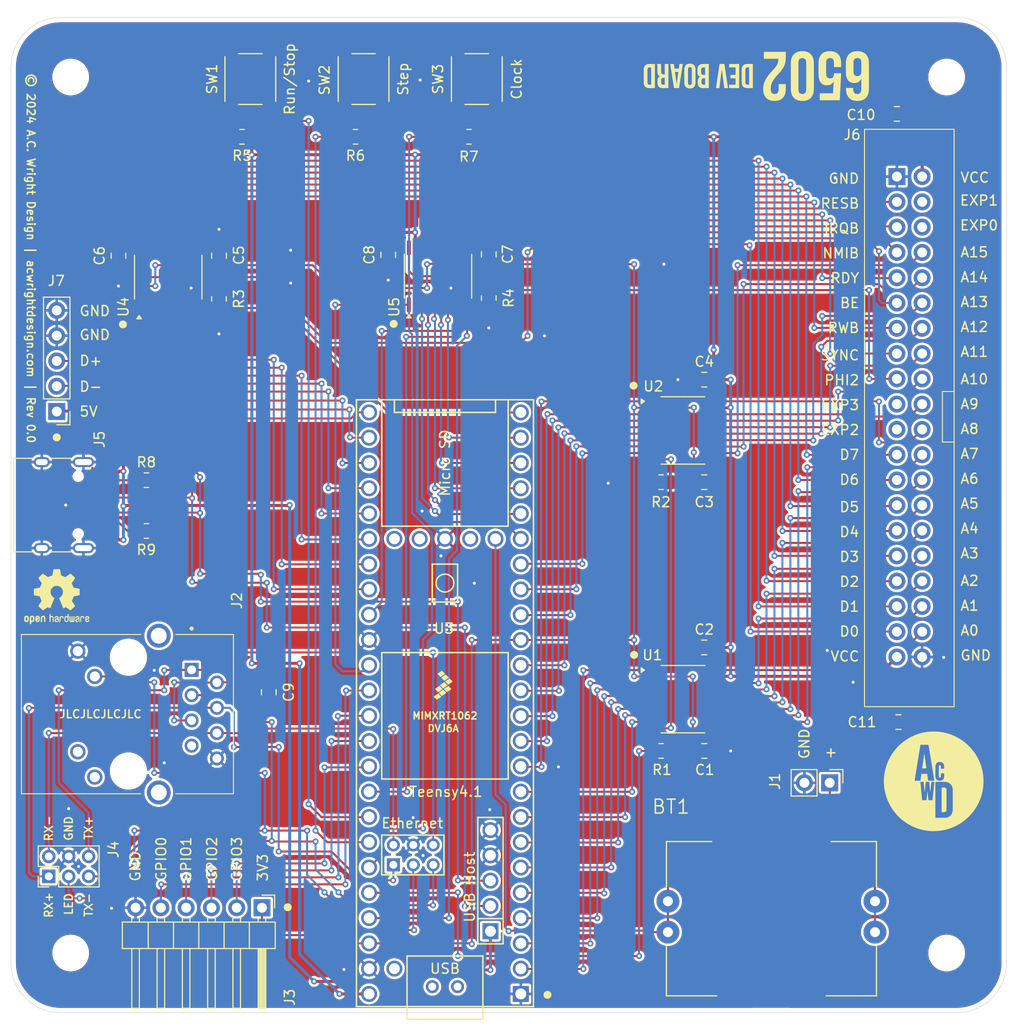
<source format=kicad_pcb>
(kicad_pcb (version 20241229) (generator "pcbnew") (generator_version "9.0")
  (title_block (title "6502 Dev Board") (date "2024-06-19") (rev "0.0") (company "A.C. Wright Design"))
  (layers (0 "F.Cu" signal "Top") (2 "B.Cu" signal "Bottom") (13 "F.Paste" user) (15 "B.Paste" user) (5 "F.SilkS" user "F.Silkscreen") (7 "B.SilkS" user "B.Silkscreen") (1 "F.Mask" user) (3 "B.Mask" user) (25 "Edge.Cuts" user))
  (net 0 "")
  (net 1 "GND")
  (net 2 "3V3")
  (net 3 "VCC")
  (net 4 "A0")
  (net 5 "A1")
  (net 6 "A2")
  (net 7 "A3")
  (net 8 "A4")
  (net 9 "A5")
  (net 10 "A6")
  (net 11 "A7")
  (net 12 "A8")
  (net 13 "A9")
  (net 14 "A10")
  (net 15 "A11")
  (net 16 "Net-(C9-Pad1)")
  (net 17 "A12")
  (net 18 "A13")
  (net 19 "A14")
  (net 20 "A15")
  (net 21 "D0")
  (net 22 "D1")
  (net 23 "D2")
  (net 24 "D3")
  (net 25 "D4")
  (net 26 "D5")
  (net 27 "D6")
  (net 28 "D7")
  (net 29 "PHI2")
  (net 30 "VBAT")
  (net 32 "BE")
  (net 34 "RWB")
  (net 35 "SYNC")
  (net 37 "RDY")
  (net 38 "RESB")
  (net 39 "NMIB")
  (net 40 "IRQB")
  (net 41 "BE_3V3")
  (net 42 "D+")
  (net 43 "RESB_3V3")
  (net 44 "IRQB_3V3")
  (net 45 "GPIO_1")
  (net 46 "D-")
  (net 47 "GPIO_2")
  (net 48 "GPIO_3")
  (net 49 "RX-")
  (net 50 "RX+")
  (net 51 "OE3_3V3")
  (net 52 "TX-")
  (net 53 "TX+")
  (net 54 "LED")
  (net 55 "GPIO_0")
  (net 56 "5V_HOST")
  (net 57 "Net-(J5-CC2)")
  (net 59 "Net-(J5-CC1)")
  (net 67 "OE2_3V3")
  (net 68 "OE1_3V3")
  (net 69 "RUN_STOP_SW")
  (net 70 "STEP_SW")
  (net 71 "CLK_SW")
  (net 72 "/EXP2")
  (net 73 "A1_3V3")
  (net 74 "A5_3V3")
  (net 75 "A6_3V3")
  (net 76 "A3_3V3")
  (net 77 "A0_3V3")
  (net 78 "A7_3V3")
  (net 79 "A4_3V3")
  (net 80 "A2_3V3")
  (net 81 "D1_3V3")
  (net 82 "D6_3V3")
  (net 83 "D3_3V3")
  (net 84 "D7_3V3")
  (net 85 "D4_3V3")
  (net 86 "D2_3V3")
  (net 87 "D5_3V3")
  (net 88 "D0_3V3")
  (net 89 "A9_3V3")
  (net 90 "A13_3V3")
  (net 91 "A10_3V3")
  (net 92 "A15_3V3")
  (net 93 "A8_3V3")
  (net 94 "A11_3V3")
  (net 95 "A12_3V3")
  (net 96 "A14_3V3")
  (net 97 "PHI2_3V3")
  (net 98 "RWB_3V3")
  (net 99 "SYNC_3V3")
  (net 100 "NMIB_3V3")
  (net 101 "RDY_3V3")
  (net 102 "/EXP3")
  (net 103 "/EXP1")
  (net 104 "/EXP0")
  (footprint "MountingHole:MountingHole_3.2mm_M3" (layer "F.Cu") (at 184 56)
    (property "Reference" "H2" (hide yes))
    (property "Value" "MountingHole" (hide yes))
  )
  (footprint "MountingHole:MountingHole_3.2mm_M3" (layer "F.Cu") (at 96 144)
    (property "Reference" "H4" (hide yes))
    (property "Value" "MountingHole" (hide yes))
  )
  (footprint "MountingHole:MountingHole_3.2mm_M3" (layer "F.Cu") (at 96 56)
    (property "Reference" "H1" (hide yes))
    (property "Value" "MountingHole" (hide yes))
  )
  (footprint "MountingHole:MountingHole_3.2mm_M3" (layer "F.Cu") (at 184 144)
    (property "Reference" "H3" (hide yes))
    (property "Value" "MountingHole" (hide yes))
  )
  (footprint "Connector_PinHeader_2.54mm:PinHeader_1x05_P2.54mm_Vertical" (layer "F.Cu") (at 94.6 89.6 180)
    (property "Reference" "J7")
    (property "Value" "USB Host" (hide yes))
  )
  (footprint "Resistor_SMD:R_0805_2012Metric" (layer "F.Cu") (at 136.0125 62 180)
    (property "Reference" "R7")
    (property "Value" "1k" (hide yes))
  )
  (footprint "6502 Parts:6502 Bus Connector" (layer "F.Cu") (at 179 66)
    (property "Reference" "J6")
    (property "Value" "6502 Bus" (hide yes))
  )
  (footprint "Teensy:Teensy41" (layer "F.Cu") (at 133.6 118.9 90)
    (property "Reference" "U3")
    (property "Value" "Teensy4.1")
  )
  (footprint "Resistor_SMD:R_0805_2012Metric" (layer "F.Cu") (at 103.6125 96.5 180)
    (property "Reference" "R8")
    (property "Value" "56k" (hide yes))
  )
  (footprint "Resistor_SMD:R_0805_2012Metric" (layer "F.Cu") (at 138 78.2 90)
    (property "Reference" "R4")
    (property "Value" "100K" (hide yes))
  )
  (footprint "Capacitor_SMD:C_0805_2012Metric" (layer "F.Cu") (at 179 59.7 180)
    (property "Reference" "C10")
    (property "Value" "100nF" (hide yes))
  )
  (footprint "6502 Parts:SW_TS-1187A-B-A-B" (layer "F.Cu") (at 125.425 56.2 90)
    (property "Reference" "SW2")
    (property "Value" "Step")
  )
  (footprint "6502 Parts:SW_TS-1187A-B-A-B" (layer "F.Cu") (at 136.8 56.2 90)
    (property "Reference" "SW3")
    (property "Value" "Clock")
  )
  (footprint "Resistor_SMD:R_0805_2012Metric" (layer "F.Cu") (at 124.6125 62 180)
    (property "Reference" "R6")
    (property "Value" "1k" (hide yes))
  )
  (footprint "Symbol:OSHW-Logo2_7.3x6mm_SilkScreen" (layer "F.Cu") (at 94.6 108.2)
    (property "Reference" "REF**" (hide yes))
    (property "Value" "OSHW-Logo2_7.3x6mm_SilkScreen" (hide yes))
  )
  (footprint "Connector_PinHeader_2.00mm:PinHeader_2x03_P2.00mm_Vertical" (layer "F.Cu") (at 93.8 136.3 90)
    (property "Reference" "J4")
    (property "Value" "Ethernet" (hide yes))
  )
  (footprint "BAT-HLD-001-THM:BAT_BAT-HLD-001-THM" (layer "F.Cu") (at 166.4 140.3)
    (property "Reference" "BT1")
    (property "Value" "BAT-HLD-001-THM" (hide yes))
  )
  (footprint "A.C. Wright Logo:A.C. Wright Logo 10mm" (layer "F.Cu") (at 182.7 126.75)
    (property "Reference" "G***" (hide yes))
    (property "Value" "LOGO" (hide yes))
  )
  (footprint "Connector_PinHeader_2.54mm:PinHeader_1x02_P2.54mm_Vertical" (layer "F.Cu") (at 172.25 126.9 -90)
    (property "Reference" "J1")
    (property "Value" "VBAT" (hide yes))
  )
  (footprint "Connector_PinHeader_2.54mm:PinHeader_1x06_P2.54mm_Horizontal" (layer "F.Cu") (at 115.22 139.45 -90)
    (property "Reference" "J3")
    (property "Value" "GPIO" (hide yes))
  )
  (footprint "Resistor_SMD:R_0805_2012Metric" (layer "F.Cu") (at 155.3125 123.7)
    (property "Reference" "R1")
    (property "Value" "100K" (hide yes))
  )
  (footprint "Package_SO:TSSOP-20_4.4x6.5mm_P0.65mm" (layer "F.Cu") (at 157.5 118.5)
    (property "Reference" "U1")
    (property "Value" "TXS0108EPW" (hide yes))
  )
  (footprint "Capacitor_SMD:C_0805_2012Metric" (layer "F.Cu") (at 100.8 73.95 90)
    (property "Reference" "C6")
    (property "Value" "100nF" (hide yes))
  )
  (footprint "Capacitor_SMD:C_0805_2012Metric" (layer "F.Cu") (at 159.65 123.7)
    (property "Reference" "C1")
    (property "Value" "100nF" (hide yes))
  )
  (footprint "Resistor_SMD:R_0805_2012Metric" (layer "F.Cu") (at 155.3125 96.7)
    (property "Reference" "R2")
    (property "Value" "100K" (hide yes))
  )
  (footprint "Package_SO:TSSOP-20_4.4x6.5mm_P0.65mm" (layer "F.Cu") (at 157.5 91.5)
    (property "Reference" "U2")
    (property "Value" "TXS0108EPW" (hide yes))
  )
  (footprint "Connector_USB:USB_C_Receptacle_HRO_TYPE-C-31-M-12" (layer "F.Cu") (at 94.15 99 -90)
    (property "Reference" "J5")
    (property "Value" "USB_C_Receptacle_USB2.0" (hide yes))
  )
  (footprint "Capacitor_SMD:C_0805_2012Metric" (layer "F.Cu") (at 110.9 73.95 90)
    (property "Reference" "C5")
    (property "Value" "100nF" (hide yes))
  )
  (footprint "Capacitor_SMD:C_0805_2012Metric" (layer "F.Cu") (at 159.65 86.4)
    (property "Reference" "C4")
    (property "Value" "100nF" (hide yes))
  )
  (footprint "6502 Logos:6502 Dev Board Logo 5mm" (layer "F.Cu") (at 163.7 55.9 180)
    (property "Reference" "G***" (hide yes))
    (property "Value" "LOGO" (hide yes))
  )
  (footprint "Capacitor_SMD:C_0805_2012Metric" (layer "F.Cu") (at 127.9 73.8625 90)
    (property "Reference" "C8")
    (property "Value" "100nF" (hide yes))
  )
  (footprint "Resistor_SMD:R_0805_2012Metric" (layer "F.Cu") (at 113.2125 62 180)
    (property "Reference" "R5")
    (property "Value" "1k" (hide yes))
  )
  (footprint "Package_SO:TSSOP-20_4.4x6.5mm_P0.65mm" (layer "F.Cu") (at 132.9 76.0125 90)
    (property "Reference" "U5")
    (property "Value" "TXS0108EPW" (hide yes))
  )
  (footprint "6502 Parts:SW_TS-1187A-B-A-B" (layer "F.Cu") (at 114.05 56.2 90)
    (property "Reference" "SW1")
    (property "Value" "Run/Stop")
  )
  (footprint "Resistor_SMD:R_0805_2012Metric" (layer "F.Cu") (at 110.9 78.2875 90)
    (property "Reference" "R3")
    (property "Value" "100K" (hide yes))
  )
  (footprint "Capacitor_SMD:C_0805_2012Metric" (layer "F.Cu") (at 159.65 96.7)
    (property "Reference" "C3")
    (property "Value" "100nF" (hide yes))
  )
  (footprint "6502 Parts:J1B1211CCD" (layer "F.Cu") (at 101.7 120 -90)
    (property "Reference" "J2")
    (property "Value" "RJ45_LED" (hide yes))
  )
  (footprint "Capacitor_SMD:C_0805_2012Metric" (layer "F.Cu") (at 159.65 113.3)
    (property "Reference" "C2")
    (property "Value" "100nF" (hide yes))
  )
  (footprint "Capacitor_SMD:C_0805_2012Metric" (layer "F.Cu") (at 115.9 117.8 -90)
    (property "Reference" "C9")
    (property "Value" "100nF" (hide yes))
  )
  (footprint "Resistor_SMD:R_0805_2012Metric" (layer "F.Cu") (at 103.6125 101.6 180)
    (property "Reference" "R9")
    (property "Value" "56k" (hide yes))
  )
  (footprint "Capacitor_SMD:C_0805_2012Metric" (layer "F.Cu") (at 138 73.8125 90)
    (property "Reference" "C7")
    (property "Value" "100nF" (hide yes))
  )
  (footprint "Capacitor_SMD:C_0805_2012Metric" (layer "F.Cu") (at 179.15 120.8 180)
    (property "Reference" "C11")
    (property "Value" "100nF" (hide yes))
  )
  (footprint "Package_SO:TSSOP-20_4.4x6.5mm_P0.65mm" (layer "F.Cu") (at 105.8 76.1 90)
    (property "Reference" "U4")
    (property "Value" "TXS0108EPW" (hide yes))
  )
  (gr_circle (center 101.25 80.85) (end 101.45 80.85) (stroke (width 0.4)) (fill no) (layer "F.SilkS"))
  (gr_circle (center 128.45 80.8) (end 128.65 80.8) (stroke (width 0.4)) (fill no) (layer "F.SilkS"))
  (gr_circle (center 94.6 92.2) (end 94.8 92.2) (stroke (width 0.4)) (fill no) (layer "F.SilkS"))
  (gr_circle (center 143.9 148.2) (end 144.1 148.2) (stroke (width 0.4)) (fill no) (layer "F.SilkS"))
  (gr_circle (center 152.55 87) (end 152.75 87) (stroke (width 0.4)) (fill no) (layer "F.SilkS"))
  (gr_circle (center 152.6 114.05) (end 152.8 114.05) (stroke (width 0.4)) (fill no) (layer "F.SilkS"))
  (gr_circle (center 117.8 139.4) (end 118 139.4) (stroke (width 0.4)) (fill no) (layer "F.SilkS"))
  (gr_line (start 90.0011 145.0036) (end 90.0011 55.0036) (stroke (width 0.05)) (layer "Edge.Cuts"))
  (gr_arc (start 95.0011 150.0036) (mid 91.465566 148.539134) (end 90.0011 145.0036) (stroke (width 0.05)) (layer "Edge.Cuts"))
  (gr_line (start 190.0011 55.0036) (end 190.0011 145.0036) (stroke (width 0.05)) (layer "Edge.Cuts"))
  (gr_arc (start 190.0011 145.0036) (mid 188.536634 148.539134) (end 185.0011 150.0036) (stroke (width 0.05)) (layer "Edge.Cuts"))
  (gr_arc (start 185.0011 50.0036) (mid 188.536634 51.468066) (end 190.0011 55.0036) (stroke (width 0.05)) (layer "Edge.Cuts"))
  (gr_line (start 95.0011 50.0036) (end 185.0011 50.0036) (stroke (width 0.05)) (layer "Edge.Cuts"))
  (gr_line (start 185.0011 150.0036) (end 95.0011 150.0036) (stroke (width 0.05)) (layer "Edge.Cuts"))
  (gr_arc (start 90.0011 55.0036) (mid 91.465566 51.468066) (end 95.0011 50.0036) (stroke (width 0.05)) (layer "Edge.Cuts"))
  (gr_text "VCC" (at 175.3 114.2 0) (layer "F.SilkS") (effects (font (size 1 1)) (justify right)))
  (gr_text "A10" (at 185.3 86.35 0) (layer "F.SilkS") (effects (font (size 1 1)) (justify left)))
  (gr_text "A2" (at 185.3 106.6 0) (layer "F.SilkS") (effects (font (size 1 1)) (justify left)))
  (gr_text "GND\n" (at 175.3 66.2 0) (layer "F.SilkS") (effects (font (size 1 1)) (justify right)))
  (gr_text "D0" (at 175.3 111.7 0) (layer "F.SilkS") (effects (font (size 1 1)) (justify right)))
  (gr_text "RWB" (at 175.3 81.2 0) (layer "F.SilkS") (effects (font (size 1 1)) (justify right)))
  (gr_text "BE" (at 175.3 78.7 0) (layer "F.SilkS") (effects (font (size 1 1)) (justify right)))
  (gr_text "RESB" (at 175.3 68.7 0) (layer "F.SilkS") (effects (font (size 1 1)) (justify right)))
  (gr_text "TX+" (at 97.8 132.7 90) (layer "F.SilkS") (effects (font (size 0.8 0.8)) (justify left)))
  (gr_text "GND" (at 95.8 132.8 90) (layer "F.SilkS") (effects (font (size 0.8 0.8)) (justify left)))
  (gr_text "A3" (at 185.3 103.85 0) (layer "F.SilkS") (effects (font (size 1 1)) (justify left)))
  (gr_text "EXP2" (at 175.3 91.45 0) (layer "F.SilkS") (effects (font (size 1 1)) (justify right)))
  (gr_text "RX-" (at 93.8 130.1 90) (layer "F.SilkS") (effects (font (size 0.8 0.8)) (justify right)))
  (gr_text "D5" (at 175.3 99.2 0) (layer "F.SilkS") (effects (font (size 1 1)) (justify right)))
  (gr_text "GPIO2" (at 110.2 136.9 90) (layer "F.SilkS") (effects (font (size 1 1)) (justify left)))
  (gr_text "A13" (at 185.3 78.6 0) (layer "F.SilkS") (effects (font (size 1 1)) (justify left)))
  (gr_text "D2" (at 175.3 106.7 0) (layer "F.SilkS") (effects (font (size 1 1)) (justify right)))
  (gr_text "D3" (at 175.3 104.2 0) (layer "F.SilkS") (effects (font (size 1 1)) (justify right)))
  (gr_text "GND\n" (at 169.7 124.6 90) (layer "F.SilkS") (effects (font (size 1 1)) (justify left)))
  (gr_text "D-" (at 96.8 87.1 0) (layer "F.SilkS") (effects (font (size 1 1)) (justify left)))
  (gr_text "EXP0" (at 185.25 70.9 0) (layer "F.SilkS") (effects (font (size 1 1)) (justify left)))
  (gr_text "GND" (at 102.5 136.9 90) (layer "F.SilkS") (effects (font (size 1 1)) (justify left)))
  (gr_text "A6" (at 185.3 96.35 0) (layer "F.SilkS") (effects (font (size 1 1)) (justify left)))
  (gr_text "A7" (at 185.3 93.85 0) (layer "F.SilkS") (effects (font (size 1 1)) (justify left)))
  (gr_text "A0" (at 185.3 111.6 0) (layer "F.SilkS") (effects (font (size 1 1)) (justify left)))
  (gr_text "D7" (at 175.3 93.95 0) (layer "F.SilkS") (effects (font (size 1 1)) (justify right)))
  (gr_text "D+" (at 96.8 84.5 0) (layer "F.SilkS") (effects (font (size 1 1)) (justify left)))
  (gr_text "D6" (at 175.3 96.45 0) (layer "F.SilkS") (effects (font (size 1 1)) (justify right)))
  (gr_text "GPIO1" (at 107.6 136.9 90) (layer "F.SilkS") (effects (font (size 1 1)) (justify left)))
  (gr_text "A11" (at 185.3 83.6 0) (layer "F.SilkS") (effects (font (size 1 1)) (justify left)))
  (gr_text "A12" (at 185.3 81.1 0) (layer "F.SilkS") (effects (font (size 1 1)) (justify left)))
  (gr_text "SYNC" (at 175.3 83.95 0) (layer "F.SilkS") (effects (font (size 1 1)) (justify right)))
  (gr_text "D4" (at 175.3 101.7 0) (layer "F.SilkS") (effects (font (size 1 1)) (justify right)))
  (gr_text "IRQB" (at 175.3 71.2 0) (layer "F.SilkS") (effects (font (size 1 1)) (justify right)))
  (gr_text "A9" (at 185.3 88.85 0) (layer "F.SilkS") (effects (font (size 1 1)) (justify left)))
  (gr_text "A14" (at 185.3 76.1 0) (layer "F.SilkS") (effects (font (size 1 1)) (justify left)))
  (gr_text "GPIO0" (at 105.1 136.9 90) (layer "F.SilkS") (effects (font (size 1 1)) (justify left)))
  (gr_text "TX-" (at 97.8 137.9 90) (layer "F.SilkS") (effects (font (size 0.8 0.8)) (justify right)))
  (gr_text "EXP1" (at 185.25 68.4 0) (layer "F.SilkS") (effects (font (size 1 1)) (justify left)))
  (gr_text "LED" (at 95.8 137.9 90) (layer "F.SilkS") (effects (font (size 0.8 0.8)) (justify right)))
  (gr_text "GND\n" (at 185.3 114.1 0) (layer "F.SilkS") (effects (font (size 1 1)) (justify left)))
  (gr_text "GND" (at 96.8 81.9 0) (layer "F.SilkS") (effects (font (size 1 1)) (justify left)))
  (gr_text "A1" (at 185.3 109.1 0) (layer "F.SilkS") (effects (font (size 1 1)) (justify left)))
  (gr_text "RDY" (at 175.3 76.2 0) (layer "F.SilkS") (effects (font (size 1 1)) (justify right)))
  (gr_text "GPIO3" (at 112.7 136.9 90) (layer "F.SilkS") (effects (font (size 1 1)) (justify left)))
  (gr_text "A8" (at 185.3 91.35 0) (layer "F.SilkS") (effects (font (size 1 1)) (justify left)))
  (gr_text "NMIB" (at 175.3 73.7 0) (layer "F.SilkS") (effects (font (size 1 1)) (justify right)))
  (gr_text "D1" (at 175.3 109.2 0) (layer "F.SilkS") (effects (font (size 1 1)) (justify right)))
  (gr_text "EXP3" (at 175.3 88.95 0) (layer "F.SilkS") (effects (font (size 1 1)) (justify right)))
  (gr_text "3V3" (at 115.3 136.9 90) (layer "F.SilkS") (effects (font (size 1 1)) (justify left)))
  (gr_text "VCC" (at 185.3 66.1 0) (layer "F.SilkS") (effects (font (size 1 1)) (justify left)))
  (gr_text "GND" (at 96.8 79.5 0) (layer "F.SilkS") (effects (font (size 1 1)) (justify left)))
  (gr_text "A15" (at 185.3 73.6 0) (layer "F.SilkS") (effects (font (size 1 1)) (justify left)))
  (gr_text "PHI2" (at 175.3 86.45 0) (layer "F.SilkS") (effects (font (size 1 1)) (justify right)))
  (gr_text "+" (at 172.3 124.6 90) (layer "F.SilkS") (effects (font (size 1 1)) (justify left)))
  (gr_text "© 2024 A.C. Wright Design | acwrightdesign.com | Rev 0.0" (at 92 74.2 270) (layer "F.SilkS") (effects (font (size 0.8 0.8))))
  (gr_text "A5" (at 185.3 98.85 0) (layer "F.SilkS") (effects (font (size 1 1)) (justify left)))
  (gr_text "RX+" (at 93.8 137.8 90) (layer "F.SilkS") (effects (font (size 0.8 0.8)) (justify right)))
  (gr_text "JLCJLCJLCJLC" (at 99 120 0) (layer "F.SilkS") (effects (font (size 0.8 0.8))))
  (gr_text "A4" (at 185.3 101.35 0) (layer "F.SilkS") (effects (font (size 1 1)) (justify left)))
  (gr_text "5V" (at 96.8 89.6 0) (layer "F.SilkS") (effects (font (size 1 1)) (justify left)))
  (via (at 155.6 74.8) (size 0.6) (drill 0.3) (layers "F.Cu" "B.Cu") (net 1))
  (via (at 95.8 129.5) (size 0.6) (drill 0.3) (layers "F.Cu" "B.Cu") (net 1))
  (via (at 162.3 123.7) (size 0.6) (drill 0.3) (layers "F.Cu" "B.Cu") (net 1))
  (via (at 133.2 104.1) (size 0.6) (drill 0.3) (layers "F.Cu" "B.Cu") (net 1))
  (via (at 136.55 106.85) (size 0.6) (drill 0.3) (layers "F.Cu" "B.Cu") (net 1))
  (via (at 138.1 129.6) (size 0.6) (drill 0.3) (layers "F.Cu" "B.Cu") (net 1))
  (via (at 172 113.6) (size 0.6) (drill 0.3) (layers "F.Cu" "B.Cu") (net 1))
  (via (at 100.8 77) (size 0.6) (drill 0.3) (layers "F.Cu" "B.Cu") (net 1))
  (via (at 110.9 71.3) (size 0.6) (drill 0.3) (layers "F.Cu" "B.Cu") (net 1))
  (via (at 108.1 77.2) (size 0.6) (drill 0.3) (layers "F.Cu" "B.Cu") (net 1))
  (via (at 130.4 130.4) (size 0.6) (drill 0.3) (layers "F.Cu" "B.Cu") (net 1))
  (via (at 157 86.4) (size 0.6) (drill 0.3) (layers "F.Cu" "B.Cu") (net 1))
  (via (at 118.1 76.7) (size 0.6) (drill 0.3) (layers "F.Cu" "B.Cu") (net 1))
  (via (at 96.8 135.3) (size 0.6) (drill 0.3) (layers "F.Cu" "B.Cu") (net 1))
  (via (at 100.1 139.5) (size 0.6) (drill 0.3) (layers "F.Cu" "B.Cu") (net 1))
  (via (at 143.6 82) (size 0.6) (drill 0.3) (layers "F.Cu" "B.Cu") (net 1))
  (via (at 110.9 81.8) (size 0.6) (drill 0.3) (layers "F.Cu" "B.Cu") (net 1))
  (via (at 105.4 124.9) (size 0.6) (drill 0.3) (layers "F.Cu" "B.Cu") (net 1))
  (via (at 131.3 99.6) (size 0.6) (drill 0.3) (layers "F.Cu" "B.Cu") (net 1))
  (via (at 172.8 66.1) (size 0.6) (drill 0.3) (layers "F.Cu" "B.Cu") (net 1))
  (via (at 134.2 77.2) (size 0.6) (drill 0.3) (layers "F.Cu" "B.Cu") (net 1))
  (via (at 174.6 116.8) (size 0.6) (drill 0.3) (layers "F.Cu" "B.Cu") (net 1))
  (via (at 119.9 56.4) (size 0.6) (drill 0.3) (layers "F.Cu" "B.Cu") (net 1))
  (via (at 104.4 115.6) (size 0.6) (drill 0.3) (layers "F.Cu" "B.Cu") (net 1))
  (via (at 150 96.8) (size 0.6) (drill 0.3) (layers "F.Cu" "B.Cu") (net 1))
  (via (at 183.7 114.3) (size 0.6) (drill 0.3) (layers "F.Cu" "B.Cu") (net 1))
  (via (at 131.4 134.2) (size 0.6) (drill 0.3) (layers "F.Cu" "B.Cu") (net 1))
  (via (at 127.9 76.4) (size 0.6) (drill 0.3) (layers "F.Cu" "B.Cu") (net 1))
  (via (at 123.45 145.65) (size 0.6) (drill 0.3) (layers "F.Cu" "B.Cu") (net 1))
  (via (at 138 81.2) (size 0.6) (drill 0.3) (layers "F.Cu" "B.Cu") (net 1))
  (via (at 95.5 99) (size 0.6) (drill 0.3) (layers "F.Cu" "B.Cu") (net 1))
  (via (at 118.1 73.4) (size 0.6) (drill 0.3) (layers "F.Cu" "B.Cu") (net 1))
  (via (at 145 125.3) (size 0.6) (drill 0.3) (layers "F.Cu" "B.Cu") (net 1))
  (via (at 131.1 56.3) (size 0.6) (drill 0.3) (layers "F.Cu" "B.Cu") (net 1))
  (segment (start 158.5 123.5) (end 158.7 123.7) (width 0.2) (layer "F.Cu") (net 2))
  (segment (start 116.5 142.2) (end 115.22 140.92) (width 0.2) (layer "F.Cu") (net 2))
  (segment (start 131.8 77.2) (end 130.5 77.2) (width 0.2) (layer "F.Cu") (net 2))
  (segment (start 152.625 89.225) (end 152.6 89.2) (width 0.2) (layer "F.Cu") (net 2))
  (segment (start 158.6 96.6) (end 158.7 96.7) (width 0.2) (layer "F.Cu") (net 2))
  (segment (start 152.6 112.55) (end 141.22 112.55) (width 0.2) (layer "F.Cu") (net 2))
  (segment (start 103.525 77.375) (end 103.525 78.9625) (width 0.2) (layer "F.Cu") (net 2))
  (segment (start 115.22 140.92) (end 115.22 139.45) (width 0.2) (layer "F.Cu") (net 2))
  (segment (start 158.575 89.225) (end 158.6 89.2) (width 0.2) (layer "F.Cu") (net 2))
  (segment (start 158.5 120.8) (end 158.5 123.5) (width 0.2) (layer "F.Cu") (net 2))
  (segment (start 131.8375 74.7625) (end 131.8 74.8) (width 0.2) (layer "F.Cu") (net 2))
  (segment (start 154.6375 89.225) (end 152.625 89.225) (width 0.2) (layer "F.Cu") (net 2))
  (segment (start 152.6 116.2) (end 152.625 116.225) (width 0.2) (layer "F.Cu") (net 2))
  (segment (start 138.0375 74.8) (end 138 74.7625) (width 0.2) (layer "F.Cu") (net 2))
  (segment (start 110.9 74.9) (end 104.5 74.9) (width 0.2) (layer "F.Cu") (net 2))
  (segment (start 104.5 77) (end 103.9 77) (width 0.2) (layer "F.Cu") (net 2))
  (segment (start 122.6 77.2) (end 131.8 77.2) (width 0.2) (layer "F.Cu") (net 2))
  (segment (start 110.9 74.9) (end 120.3 74.9) (width 0.2) (layer "F.Cu") (net 2))
  (segment (start 136.3 143.1) (end 136.23 143.03) (width 0.2) (layer "F.Cu") (net 2))
  (segment (start 136.3 112.55) (end 141.22 112.55) (width 0.2) (layer "F.Cu") (net 2))
  (segment (start 121.23 143.03) (end 120.4 142.2) (width 0.2) (layer "F.Cu") (net 2))
  (segment (start 158.5 116.225) (end 154.6375 116.225) (width 0.2) (layer "F.Cu") (net 2))
  (segment (start 152.625 116.225) (end 154.6375 116.225) (width 0.2) (layer "F.Cu") (net 2))
  (segment (start 130.625 77.2) (end 130.625 78.875) (width 0.2) (layer "F.Cu") (net 2))
  (segment (start 125.98 143.03) (end 121.23 143.03) (width 0.2) (layer "F.Cu") (net 2))
  (segment (start 154.6375 89.225) (end 158.575 89.225) (width 0.2) (layer "F.Cu") (net 2))
  (segment (start 152.6 74.8) (end 138.0375 74.8) (width 0.2) (layer "F.Cu") (net 2))
  (segment (start 158.6 93.7) (end 158.6 96.6) (width 0.2) (layer "F.Cu") (net 2))
  (segment (start 103.9 77) (end 103.525 77.375) (width 0.2) (layer "F.Cu") (net 2))
  (segment (start 136.23 143.03) (end 125.98 143.03) (width 0.2) (layer "F.Cu") (net 2))
  (segment (start 138 74.7625) (end 131.8375 74.7625) (width 0.2) (layer "F.Cu") (net 2))
  (segment (start 120.3 74.9) (end 122.6 77.2) (width 0.2) (layer "F.Cu") (net 2))
  (segment (start 120.4 142.2) (end 116.5 142.2) (width 0.2) (layer "F.Cu") (net 2))
  (via (at 158.6 93.7) (size 0.6) (drill 0.3) (layers "F.Cu" "B.Cu") (net 2))
  (via (at 152.6 112.55) (size 0.6) (drill 0.3) (layers "F.Cu" "B.Cu") (net 2))
  (via (at 158.5 120.8) (size 0.6) (drill 0.3) (layers "F.Cu" "B.Cu") (net 2))
  (via (at 136.3 112.55) (size 0.6) (drill 0.3) (layers "F.Cu" "B.Cu") (net 2))
  (via (at 131.8 74.8) (size 0.6) (drill 0.3) (layers "F.Cu" "B.Cu") (net 2))
  (via (at 152.6 116.2) (size 0.6) (drill 0.3) (layers "F.Cu" "B.Cu") (net 2))
  (via (at 104.5 77) (size 0.6) (drill 0.3) (layers "F.Cu" "B.Cu") (net 2))
  (via (at 152.6 89.2) (size 0.6) (drill 0.3) (layers "F.Cu" "B.Cu") (net 2))
  (via (at 152.6 74.8) (size 0.6) (drill 0.3) (layers "F.Cu" "B.Cu") (net 2))
  (via (at 104.5 74.9) (size 0.6) (drill 0.3) (layers "F.Cu" "B.Cu") (net 2))
  (via (at 158.6 89.2) (size 0.6) (drill 0.3) (layers "F.Cu" "B.Cu") (net 2))
  (via (at 136.3 143.1) (size 0.6) (drill 0.3) (layers "F.Cu" "B.Cu") (net 2))
  (via (at 158.5 116.225) (size 0.6) (drill 0.3) (layers "F.Cu" "B.Cu") (net 2))
  (via (at 131.8 77.2) (size 0.6) (drill 0.3) (layers "F.Cu" "B.Cu") (net 2))
  (segment (start 104.5 74.9) (end 104.5 77) (width 0.2) (layer "B.Cu") (net 2))
  (segment (start 152.6 89.2) (end 152.6 88.8) (width 0.2) (layer "B.Cu") (net 2))
  (segment (start 158.6 89.2) (end 158.6 89.7) (width 0.2) (layer "B.Cu") (net 2))
  (segment (start 158.5 120.8) (end 158.5 116.225) (width 0.2) (layer "B.Cu") (net 2))
  (segment (start 152.6 112.55) (end 152.6 116.2) (width 0.2) (layer "B.Cu") (net 2))
  (segment (start 158.6 89.7) (end 158.6 93.7) (width 0.2) (layer "B.Cu") (net 2))
  (segment (start 152.6 89.2) (end 152.6 112.55) (width 0.2) (layer "B.Cu") (net 2))
  (segment (start 131.8 74.8) (end 131.8 77.2) (width 0.2) (layer "B.Cu") (net 2))
  (segment (start 136.3 112.55) (end 136.3 143.1) (width 0.2) (layer "B.Cu") (net 2))
  (segment (start 152.6 88.8) (end 152.6 74.8) (width 0.2) (layer "B.Cu") (net 2))
  (segment (start 162.275 89.225) (end 162.3 89.2) (width 0.3) (layer "F.Cu") (net 3))
  (segment (start 128.2 71.6) (end 127.9 71.9) (width 0.3) (layer "F.Cu") (net 3))
  (segment (start 127.9 71.9) (end 127.9 72.9125) (width 0.3) (layer "F.Cu") (net 3))
  (segment (start 180 62) (end 180.5 62) (width 0.3) (layer "F.Cu") (net 3))
  (segment (start 103.5 71.3) (end 103.5 73.2125) (width 0.3) (layer "F.Cu") (net 3))
  (segment (start 114.2 114.9) (end 119 114.9) (width 0.3) (layer "F.Cu") (net 3))
  (segment (start 171.9 116.2) (end 173.7 118) (width 0.3) (layer "F.Cu") (net 3))
  (segment (start 123 148.11) (end 125.98 148.11) (width 0.3) (layer "F.Cu") (net 3))
  (segment (start 179.95 59.7) (end 179.95 61.95) (width 0.3) (layer "F.Cu") (net 3))
  (segment (start 162.3 116.2) (end 171.9 116.2) (width 0.3) (layer "F.Cu") (net 3))
  (segment (start 130.625 71.625) (end 130.6 71.6) (width 0.3) (layer "F.Cu") (net 3))
  (segment (start 101.1 71.3) (end 100.8 71.6) (width 0.3) (layer "F.Cu") (net 3))
  (segment (start 162.3 116.2) (end 160.3875 116.2) (width 0.3) (layer "F.Cu") (net 3))
  (segment (start 103.5 73.2125) (end 103.525 73.2375) (width 0.3) (layer "F.Cu") (net 3))
  (segment (start 106.2 63.8) (end 103.5 66.5) (width 0.3) (layer "F.Cu") (net 3))
  (segment (start 136.3 63.8) (end 136.925 63.175) (width 0.3) (layer "F.Cu") (net 3))
  (segment (start 114.2 63.8) (end 114.2 62.075) (width 0.3) (layer "F.Cu") (net 3))
  (segment (start 160.3625 89.225) (end 162.275 89.225) (width 0.3) (layer "F.Cu") (net 3))
  (segment (start 103.5 66.5) (end 103.5 71.3) (width 0.3) (layer "F.Cu") (net 3))
  (segment (start 100.8 71.6) (end 100.8 73) (width 0.3) (layer "F.Cu") (net 3))
  (segment (start 130.6 71.6) (end 128.2 71.6) (width 0.3) (layer "F.Cu") (net 3))
  (segment (start 103.5 71.3) (end 101.1 71.3) (width 0.3) (layer "F.Cu") (net 3))
  (segment (start 160.6 113.3) (end 162.3 113.3) (width 0.3) (layer "F.Cu") (net 3))
  (segment (start 125.525 63.725) (end 125.6 63.8) (width 0.3) (layer "F.Cu") (net 3))
  (segment (start 114.2 63.8) (end 106.2 63.8) (width 0.3) (layer "F.Cu") (net 3))
  (segment (start 160.6 86.4) (end 162.3 86.4) (width 0.3) (layer "F.Cu") (net 3))
  (segment (start 181.54 63.34) (end 181.54 66) (width 0.3) (layer "F.Cu") (net 3))
  (segment (start 114.2 63.8) (end 125.6 63.8) (width 0.3) (layer "F.Cu") (net 3))
  (segment (start 136.925 63.175) (end 136.925 62) (width 0.3) (layer "F.Cu") (net 3))
  (segment (start 160.6 62) (end 180 62) (width 0.3) (layer "F.Cu") (net 3))
  (segment (start 178.2 120.8) (end 178.2 117.9) (width 0.3) (layer "F.Cu") (net 3))
  (segment (start 178.2 115.06) (end 178.2 118.2) (width 0.3) (layer "F.Cu") (net 3))
  (segment (start 136.925 62) (end 160.6 62) (width 0.3) (layer "F.Cu") (net 3))
  (segment (start 160.6 86.4) (end 160.6 83.4) (width 0.3) (layer "F.Cu") (net 3))
  (segment (start 125.525 62) (end 125.525 63.725) (width 0.3) (layer "F.Cu") (net 3))
  (segment (start 160.3875 116.2) (end 160.3625 116.225) (width 0.3) (layer "F.Cu") (net 3))
  (segment (start 173.7 118) (end 178.1 118) (width 0.3) (layer "F.Cu") (net 3))
  (segment (start 125.6 63.8) (end 130.6 63.8) (width 0.3) (layer "F.Cu") (net 3))
  (segment (start 180.5 62) (end 181.5 63) (width 0.3) (layer "F.Cu") (net 3))
  (segment (start 114.2 62.075) (end 114.125 62) (width 0.3) (layer "F.Cu") (net 3))
  (segment (start 179 114.26) (end 178.2 115.06) (width 0.3) (layer "F.Cu") (net 3))
  (segment (start 181.5 63.3) (end 181.54 63.34) (width 0.3) (layer "F.Cu") (net 3))
  (segment (start 130.625 73.15) (end 130.625 71.625) (width 0.3) (layer "F.Cu") (net 3))
  (segment (start 125.98 148.11) (end 125.94 148.15) (width 0.3) (layer "F.Cu") (net 3))
  (segment (start 179.95 61.95) (end 180 62) (width 0.3) (layer "F.Cu") (net 3))
  (segment (start 130.6 63.8) (end 136.3 63.8) (width 0.3) (layer "F.Cu") (net 3))
  (segment (start 181.5 63) (end 181.5 63.3) (width 0.3) (layer "F.Cu") (net 3))
  (via (at 119 114.9) (size 0.6) (drill 0.3) (layers "F.Cu" "B.Cu") (net 3))
  (via (at 160.6 62) (size 0.6) (drill 0.3) (layers "F.Cu" "B.Cu") (net 3))
  (via (at 162.3 116.2) (size 0.6) (drill 0.3) (layers "F.Cu" "B.Cu") (net 3))
  (via (at 162.3 86.4) (size 0.6) (drill 0.3) (layers "F.Cu" "B.Cu") (net 3))
  (via (at 114.2 63.8) (size 0.6) (drill 0.3) (layers "F.Cu" "B.Cu") (net 3))
  (via (at 160.6 83.4) (size 0.6) (drill 0.3) (layers "F.Cu" "B.Cu") (net 3))
  (via (at 130.6 63.8) (size 0.6) (drill 0.3) (layers "F.Cu" "B.Cu") (net 3))
  (via (at 162.3 89.2) (size 0.6) (drill 0.3) (layers "F.Cu" "B.Cu") (net 3))
  (via (at 123 148.11) (size 0.6) (drill 0.3) (layers "F.Cu" "B.Cu") (net 3))
  (via (at 130.6 71.6) (size 0.6) (drill 0.3) (layers "F.Cu" "B.Cu") (net 3))
  (via (at 162.3 113.3) (size 0.6) (drill 0.3) (layers "F.Cu" "B.Cu") (net 3))
  (via (at 114.2 114.9) (size 0.6) (drill 0.3) (layers "F.Cu" "B.Cu") (net 3))
  (segment (start 162.3 86.4) (end 162.3 89.2) (width 0.3) (layer "B.Cu") (net 3))
  (segment (start 160.6 83.4) (end 160.6 62) (width 0.3) (layer "B.Cu") (net 3))
  (segment (start 162.3 113.3) (end 162.3 116.2) (width 0.3) (layer "B.Cu") (net 3))
  (segment (start 130.6 71.6) (end 130.6 63.8) (width 0.3) (layer "B.Cu") (net 3))
  (segment (start 119 114.9) (end 119 144.11) (width 0.3) (layer "B.Cu") (net 3))
  (segment (start 162.3 89.2) (end 162.3 113.3) (width 0.3) (layer "B.Cu") (net 3))
  (segment (start 119 144.11) (end 123 148.11) (width 0.3) (layer "B.Cu") (net 3))
  (segment (start 114.2 114.9) (end 114.2 63.8) (width 0.3) (layer "B.Cu") (net 3))
  (segment (start 174.225 115.575) (end 160.3625 115.575) (width 0.2) (layer "F.Cu") (net 4))
  (segment (start 176.8 113) (end 174.225 115.575) (width 0.2) (layer "F.Cu") (net 4))
  (segment (start 181.54 111.72) (end 180.26 113) (width 0.2) (layer "F.Cu") (net 4))
  (segment (start 180.26 113) (end 176.8 113) (width 0.2) (layer "F.Cu") (net 4))
  (segment (start 165.075 116.875) (end 160.3625 116.875) (width 0.2) (layer "F.Cu") (net 5))
  (segment (start 177.5 110.4) (end 165.1 110.4) (width 0.2) (layer "F.Cu") (net 5))
  (segment (start 180.32 110.4) (end 177.5 110.4) (width 0.2) (layer "F.Cu") (net 5))
  (segment (start 181.54 109.18) (end 180.32 110.4) (width 0.2) (layer "F.Cu") (net 5))
  (segment (start 165.1 116.9) (end 165.075 116.875) (width 0.2) (layer "F.Cu") (net 5))
  (via (at 165.1 116.9) (size 0.6) (drill 0.3) (layers "F.Cu" "B.Cu") (net 5))
  (via (at 165.1 110.4) (size 0.6) (drill 0.3) (layers "F.Cu" "B.Cu") (net 5))
  (segment (start 165.1 111.1) (end 165.1 116.9) (width 0.2) (layer "B.Cu") (net 5))
  (segment (start 165.1 110.4) (end 165.1 111.1) (width 0.2) (layer "B.Cu") (net 5))
  (segment (start 181.54 106.64) (end 180.28 107.9) (width 0.2) (layer "F.Cu") (net 6))
  (segment (start 165.875 117.525) (end 160.3625 117.525) (width 0.2) (layer "F.Cu") (net 6))
  (segment (start 165.9 117.5) (end 165.875 117.525) (width 0.2) (layer "F.Cu") (net 6))
  (segment (start 177.6 107.9) (end 165.9 107.9) (width 0.2) (layer "F.Cu") (net 6))
  (segment (start 180.28 107.9) (end 177.6 107.9) (width 0.2) (layer "F.Cu") (net 6))
  (via (at 165.9 107.9) (size 0.6) (drill 0.3) (layers "F.Cu" "B.Cu") (net 6))
  (via (at 165.9 117.5) (size 0.6) (drill 0.3) (layers "F.Cu" "B.Cu") (net 6))
  (segment (start 165.9 107.9) (end 165.9 117.5) (width 0.2) (layer "B.Cu") (net 6))
  (segment (start 181.54 104.1) (end 180.24 105.4) (width 0.2) (layer "F.Cu") (net 7))
  (segment (start 180.24 105.4) (end 166.7 105.4) (width 0.2) (layer "F.Cu") (net 7))
  (segment (start 166.7 118.2) (end 160.3875 118.2) (width 0.2) (layer "F.Cu") (net 7))
  (segment (start 160.3875 118.2) (end 160.3625 118.175) (width 0.2) (layer "F.Cu") (net 7))
  (via (at 166.7 105.4) (size 0.6) (drill 0.3) (layers "F.Cu" "B.Cu") (net 7))
  (via (at 166.7 118.2) (size 0.6) (drill 0.3) (layers "F.Cu" "B.Cu") (net 7))
  (segment (start 166.7 105.4) (end 166.7 118.2) (width 0.2) (layer "B.Cu") (net 7))
  (segment (start 167.5 118.8) (end 167.475 118.825) (width 0.2) (layer "F.Cu") (net 8))
  (segment (start 167.475 118.825) (end 160.3625 118.825) (width 0.2) (layer "F.Cu") (net 8))
  (segment (start 181.54 101.56) (end 180.3 102.8) (width 0.2) (layer "F.Cu") (net 8))
  (segment (start 177.4 102.8) (end 167.5 102.8) (width 0.2) (layer "F.Cu") (net 8))
  (segment (start 177.6 102.8) (end 177.4 102.8) (width 0.2) (layer "F.Cu") (net 8))
  (segment (start 180.3 102.8) (end 177.6 102.8) (width 0.2) (layer "F.Cu") (net 8))
  (via (at 167.5 118.8) (size 0.6) (drill 0.3) (layers "F.Cu" "B.Cu") (net 8))
  (via (at 167.5 102.8) (size 0.6) (drill 0.3) (layers "F.Cu" "B.Cu") (net 8))
  (segment (start 167.5 102.8) (end 167.5 118.8) (width 0.2) (layer "B.Cu") (net 8))
  (segment (start 180.26 100.3) (end 177.9 100.3) (width 0.2) (layer "F.Cu") (net 9))
  (segment (start 168.3 119.5) (end 168.275 119.475) (width 0.2) (layer "F.Cu") (net 9))
  (segment (start 177.9 100.3) (end 177.7 100.3) (width 0.2) (layer "F.Cu") (net 9))
  (segment (start 181.54 99.02) (end 180.26 100.3) (width 0.2) (layer "F.Cu") (net 9))
  (segment (start 177.7 100.3) (end 168.3 100.3) (width 0.2) (layer "F.Cu") (net 9))
  (segment (start 168.275 119.475) (end 160.3625 119.475) (width 0.2) (layer "F.Cu") (net 9))
  (via (at 168.3 100.3) (size 0.6) (drill 0.3) (layers "F.Cu" "B.Cu") (net 9))
  (via (at 168.3 119.5) (size 0.6) (drill 0.3) (layers "F.Cu" "B.Cu") (net 9))
  (segment (start 168.3 100.3) (end 168.3 119.5) (width 0.2) (layer "B.Cu") (net 9))
  (segment (start 169.2 97.7) (end 169.1 97.6) (width 0.2) (layer "F.Cu") (net 10))
  (segment (start 169.1 120.1) (end 169.075 120.125) (width 0.2) (layer "F.Cu") (net 10))
  (segment (start 177.5 97.7) (end 169.2 97.7) (width 0.2) (layer "F.Cu") (net 10))
  (segment (start 181.54 96.48) (end 180.32 97.7) (width 0.2) (layer "F.Cu") (net 10))
  (segment (start 180.32 97.7) (end 177.5 97.7) (width 0.2) (layer "F.Cu") (net 10))
  (segment (start 169.075 120.125) (end 160.3625 120.125) (width 0.2) (layer "F.Cu") (net 10))
  (via (at 169.1 97.6) (size 0.6) (drill 0.3) (layers "F.Cu" "B.Cu") (net 10))
  (via (at 169.1 120.1) (size 0.6) (drill 0.3) (layers "F.Cu" "B.Cu") (net 10))
  (segment (start 169.1 120.1) (end 169.1 97.6) (width 0.2) (layer "B.Cu") (net 10))
  (segment (start 180.28 95.2) (end 178.5 95.2) (width 0.2) (layer "F.Cu") (net 11))
  (segment (start 178.5 95.2) (end 170 95.2) (width 0.2) (layer "F.Cu") (net 11))
  (segment (start 181.54 93.94) (end 180.28 95.2) (width 0.2) (layer "F.Cu") (net 11))
  (segment (start 169.975 120.775) (end 160.3625 120.775) (width 0.2) (layer "F.Cu") (net 11))
  (segment (start 170 120.8) (end 169.975 120.775) (width 0.2) (layer "F.Cu") (net 11))
  (via (at 170 95.2) (size 0.6) (drill 0.3) (layers "F.Cu" "B.Cu") (net 11))
  (via (at 170 120.8) (size 0.6) (drill 0.3) (layers "F.Cu" "B.Cu") (net 11))
  (segment (start 170 95.8) (end 170 120.8) (width 0.2) (layer "B.Cu") (net 11))
  (segment (start 170 95.2) (end 170 95.8) (width 0.2) (layer "B.Cu") (net 11))
  (segment (start 160.3625 88.575) (end 177.175 88.575) (width 0.2) (layer "F.Cu") (net 12))
  (segment (start 180.24 92.7) (end 181.54 91.4) (width 0.2) (layer "F.Cu") (net 12))
  (segment (start 177.2 92.7) (end 180.24 92.7) (width 0.2) (layer "F.Cu") (net 12))
  (segment (start 177.175 88.575) (end 177.2 88.6) (width 0.2) (layer "F.Cu") (net 12))
  (via (at 177.2 88.6) (size 0.6) (drill 0.3) (layers "F.Cu" "B.Cu") (net 12))
  (via (at 177.2 92.7) (size 0.6) (drill 0.3) (layers "F.Cu" "B.Cu") (net 12))
  (segment (start 177.2 88.6) (end 177.2 92.7) (width 0.2) (layer "B.Cu") (net 12))
  (segment (start 180.3 90.1) (end 181.54 88.86) (width 0.2) (layer "F.Cu") (net 13))
  (segment (start 174.575 89.875) (end 174.8 90.1) (width 0.2) (layer "F.Cu") (net 13))
  (segment (start 160.3625 89.875) (end 174.575 89.875) (width 0.2) (layer "F.Cu") (net 13))
  (segment (start 174.8 90.1) (end 180.3 90.1) (width 0.2) (layer "F.Cu") (net 13))
  (segment (start 173.075 90.525) (end 173.1 90.5) (width 0.2) (layer "F.Cu") (net 14))
  (segment (start 160.3625 90.525) (end 173.075 90.525) (width 0.2) (layer "F.Cu") (net 14))
  (segment (start 180.26 87.6) (end 181.54 86.32) (width 0.2) (layer "F.Cu") (net 14))
  (segment (start 173.1 87.6) (end 180.26 87.6) (width 0.2) (layer "F.Cu") (net 14))
  (via (at 173.1 87.6) (size 0.6) (drill 0.3) (layers "F.Cu" "B.Cu") (net 14))
  (via (at 173.1 90.5) (size 0.6) (drill 0.3) (layers "F.Cu" "B.Cu") (net 14))
  (segment (start 173.1 90) (end 173.1 87.6) (width 0.2) (layer "B.Cu") (net 14))
  (segment (start 173.1 90.5) (end 173.1 90) (width 0.2) (layer "B.Cu") (net 14))
  (segment (start 172.275 91.175) (end 160.3625 91.175) (width 0.2) (layer "F.Cu") (net 15))
  (segment (start 180.32 85) (end 181.54 83.78) (width 0.2) (layer "F.Cu") (net 15))
  (segment (start 172.3 85) (end 180.32 85) (width 0.2) (layer "F.Cu") (net 15))
  (segment (start 172.3 91.2) (end 172.275 91.175) (width 0.2) (layer "F.Cu") (net 15))
  (via (at 172.3 91.2) (size 0.6) (drill 0.3) (layers "F.Cu" "B.Cu") (net 15))
  (via (at 172.3 85) (size 0.6) (drill 0.3) (layers "F.Cu" "B.Cu") (net 15))
  (segment (start 172.3 91.2) (end 172.3 85) (width 0.2) (layer "B.Cu") (net 15))
  (segment (start 115.85 116.8) (end 110.715 116.8) (width 0.2) (layer "F.Cu") (net 16))
  (segment (start 110.715 116.8) (end 110.69 116.825) (width 0.2) (layer "F.Cu") (net 16))
  (segment (start 106.4 116.8) (end 106.425 116.825) (width 0.2) (layer "F.Cu") (net 16))
  (segment (start 106.4 120.635) (end 108.15 120.635) (width 0.2) (layer "F.Cu") (net 16))
  (segment (start 115.9 116.85) (end 115.85 116.8) (width 0.2) (layer "F.Cu") (net 16))
  (segment (start 106.425 116.825) (end 110.69 116.825) (width 0.2) (layer "F.Cu") (net 16))
  (via (at 106.4 120.635) (size 0.6) (drill 0.3) (layers "F.Cu" "B.Cu") (net 16))
  (via (at 106.4 116.8) (size 0.6) (drill 0.3) (layers "F.Cu" "B.Cu") (net 16))
  (segment (start 106.4 120.635) (end 106.4 116.8) (width 0.2) (layer "B.Cu") (net 16))
  (segment (start 180.28 82.5) (end 181.54 81.24) (width 0.2) (layer "F.Cu") (net 17))
  (segment (start 171.4 83.1) (end 172 82.5) (width 0.2) (layer "F.Cu") (net 17))
  (segment (start 171.4 91.825) (end 160.3625 91.825) (width 0.2) (layer "F.Cu") (net 17))
  (segment (start 172 82.5) (end 180.28 82.5) (width 0.2) (layer "F.Cu") (net 17))
  (via (at 171.4 91.825) (size 0.6) (drill 0.3) (layers "F.Cu" "B.Cu") (net 17))
  (via (at 171.4 83.1) (size 0.6) (drill 0.3) (layers "F.Cu" "B.Cu") (net 17))
  (segment (start 171.4 91.825) (end 171.4 83.1) (width 0.2) (layer "B.Cu") (net 17))
  (segment (start 160.3625 92.475) (end 170.575 92.475) (width 0.2) (layer "F.Cu") (net 18))
  (segment (start 180.24 80) (end 181.54 78.7) (width 0.2) (layer "F.Cu") (net 18))
  (segment (start 170.575 92.475) (end 170.6 92.5) (width 0.2) (layer "F.Cu") (net 18))
  (segment (start 171.5 80) (end 180.24 80) (width 0.2) (layer "F.Cu") (net 18))
  (via (at 171.5 80) (size 0.6) (drill 0.3) (layers "F.Cu" "B.Cu") (net 18))
  (via (at 170.6 92.5) (size 0.6) (drill 0.3) (layers "F.Cu" "B.Cu") (net 18))
  (segment (start 171.5 81.9) (end 171.5 80) (width 0.2) (layer "B.Cu") (net 18))
  (segment (start 170.6 91.9) (end 170.6 82.8) (width 0.2) (layer "B.Cu") (net 18))
  (segment (start 170.6 92.5) (end 170.6 91.9) (width 0.2) (layer "B.Cu") (net 18))
  (segment (start 170.6 82.8) (end 171.5 81.9) (width 0.2) (layer "B.Cu") (net 18))
  (segment (start 180.3 77.4) (end 181.54 76.16) (width 0.2) (layer "F.Cu") (net 19))
  (segment (start 177.2 76.8) (end 177.8 77.4) (width 0.2) (layer "F.Cu") (net 19))
  (segment (start 163.6 76.8) (end 177.2 76.8) (width 0.2) (layer "F.Cu") (net 19))
  (segment (start 163.6 93.125) (end 160.3625 93.125) (width 0.2) (layer "F.Cu") (net 19))
  (segment (start 177.8 77.4) (end 180.3 77.4) (width 0.2) (layer "F.Cu") (net 19))
  (via (at 163.6 76.8) (size 0.6) (drill 0.3) (layers "F.Cu" "B.Cu") (net 19))
  (via (at 163.6 93.125) (size 0.6) (drill 0.3) (layers "F.Cu" "B.Cu") (net 19))
  (segment (start 163.6 93.125) (end 163.6 76.8) (width 0.2) (layer "B.Cu") (net 19))
  (segment (start 163 74.9) (end 180.26 74.9) (width 0.2) (layer "F.Cu") (net 20))
  (segment (start 160.3625 93.775) (end 162.975 93.775) (width 0.2) (layer "F.Cu") (net 20))
  (segment (start 180.26 74.9) (end 181.54 73.62) (width 0.2) (layer "F.Cu") (net 20))
  (segment (start 162.975 93.775) (end 163 93.8) (width 0.2) (layer "F.Cu") (net 20))
  (via (at 163 74.9) (size 0.6) (drill 0.3) (layers "F.Cu" "B.Cu") (net 20))
  (via (at 163 93.8) (size 0.6) (drill 0.3) (layers "F.Cu" "B.Cu") (net 20))
  (segment (start 163 93.8) (end 163 74.9) (width 0.2) (layer "B.Cu") (net 20))
  (segment (start 142.7 72.8) (end 141.9 73.6) (width 0.2) (layer "F.Cu") (net 21))
  (segment (start 164.1 72.8) (end 142.7 72.8) (width 0.2) (layer "F.Cu") (net 21))
  (segment (start 103.3 76.1) (end 102.875 75.675) (width 0.2) (layer "F.Cu") (net 21))
  (segment (start 102.875 75.675) (end 102.875 73.2375) (width 0.2) (layer "F.Cu") (net 21))
  (segment (start 178.98 111.7) (end 179 111.72) (width 0.2) (layer "F.Cu") (net 21))
  (segment (start 141.9 82) (end 141.2 82.7) (width 0.2) (layer "F.Cu") (net 21))
  (segment (start 121.75 82.7) (end 115.15 76.1) (width 0.2) (layer "F.Cu") (net 21))
  (segment (start 115.15 76.1) (end 103.3 76.1) (width 0.2) (layer "F.Cu") (net 21))
  (segment (start 141.2 82.7) (end 121.75 82.7) (width 0.2) (layer "F.Cu") (net 21))
  (segment (start 164.3 111.7) (end 178.98 111.7) (width 0.2) (layer "F.Cu") (net 21))
  (segment (start 164.2 72.9) (end 164.1 72.8) (width 0.2) (layer "F.Cu") (net 21))
  (via (at 164.2 72.9) (size 0.6) (drill 0.3) (layers "F.Cu" "B.Cu") (net 21))
  (via (at 164.3 111.7) (size 0.6) (drill 0.3) (layers "F.Cu" "B.Cu") (net 21))
  (via (at 141.9 82) (size 0.6) (drill 0.3) (layers "F.Cu" "B.Cu") (net 21))
  (via (at 141.9 73.6) (size 0.6) (drill 0.3) (layers "F.Cu" "B.Cu") (net 21))
  (segment (start 141.9 73.6) (end 141.9 82) (width 0.2) (layer "B.Cu") (net 21))
  (segment (start 164.3 73) (end 164.2 72.9) (width 0.2) (layer "B.Cu") (net 21))
  (segment (start 164.3 111.7) (end 164.3 73) (width 0.2) (layer "B.Cu") (net 21))
  (segment (start 165.1 64.4) (end 106.6 64.4) (width 0.2) (layer "F.Cu") (net 22))
  (segment (start 106.6 64.4) (end 104.175 66.825) (width 0.2) (layer "F.Cu") (net 22))
  (segment (start 104.175 66.825) (end 104.175 73.2375) (width 0.2) (layer "F.Cu") (net 22))
  (segment (start 165.1 109.18) (end 179 109.18) (width 0.2) (layer "F.Cu") (net 22))
  (via (at 165.1 109.18) (size 0.6) (drill 0.3) (layers "F.Cu" "B.Cu") (net 22))
  (via (at 165.1 64.4) (size 0.6) (drill 0.3) (layers "F.Cu" "B.Cu") (net 22))
  (segment (start 165.1 64.4) (end 165.1 109.18) (width 0.2) (layer "B.Cu") (net 22))
  (segment (start 104.825 73.2375) (end 104.825 67.075) (width 0.2) (layer "F.Cu") (net 23))
  (segment (start 104.825 67.075) (end 106.7 65.2) (width 0.2) (layer "F.Cu") (net 23))
  (segment (start 106.9 65) (end 108 65) (width 0.2) (layer "F.Cu") (net 23))
  (segment (start 106.7 65.2) (end 106.9 65) (width 0.2) (layer "F.Cu") (net 23))
  (segment (start 165.94 106.64) (end 179 106.64) (width 0.2) (layer "F.Cu") (net 23))
  (segment (start 165.9 106.6) (end 165.94 106.64) (width 0.2) (layer "F.Cu") (net 23))
  (segment (start 108.3 65) (end 165.9 65) (width 0.2) (layer "F.Cu") (net 23))
  (segment (start 108 65) (end 108.3 65) (width 0.2) (layer "F.Cu") (net 23))
  (via (at 165.9 106.6) (size 0.6) (drill 0.3) (layers "F.Cu" "B.Cu") (net 23))
  (via (at 165.9 65) (size 0.6) (drill 0.3) (layers "F.Cu" "B.Cu") (net 23))
  (segment (start 165.9 65) (end 165.9 106.6) (width 0.2) (layer "B.Cu") (net 23))
  (segment (start 105.475 73.2375) (end 105.475 67.325) (width 0.2) (layer "F.Cu") (net 24))
  (segment (start 105.475 73.2375) (end 105.475 73.175) (width 0.2) (layer "F.Cu") (net 24))
  (segment (start 105.475 73.175) (end 105.4 73.1) (width 0.2) (layer "F.Cu") (net 24))
  (segment (start 105.475 67.325) (end 107.2 65.6) (width 0.2) (layer "F.Cu") (net 24))
  (segment (start 107.2 65.6) (end 166.7 65.6) (width 0.2) (layer "F.Cu") (net 24))
  (segment (start 166.7 104.1) (end 179 104.1) (width 0.2) (layer "F.Cu") (net 24))
  (via (at 166.7 65.6) (size 0.6) (drill 0.3) (layers "F.Cu" "B.Cu") (net 24))
  (via (at 166.7 104.1) (size 0.6) (drill 0.3) (layers "F.Cu" "B.Cu") (net 24))
  (segment (start 166.7 66) (end 166.7 104.1) (width 0.2) (layer "B.Cu") (net 24))
  (segment (start 166.7 65.6) (end 166.7 66) (width 0.2) (layer "B.Cu") (net 24))
  (segment (start 167.5 101.6) (end 178.96 101.6) (width 0.2) (layer "F.Cu") (net 25))
  (segment (start 106.125 73.2375) (end 106.125 67.675) (width 0.2) (layer "F.Cu") (net 25))
  (segment (start 178.96 101.6) (end 179 101.56) (width 0.2) (layer "F.Cu") (net 25))
  (segment (start 107.6 66.2) (end 167.5 66.2) (width 0.2) (layer "F.Cu") (net 25))
  (segment (start 106.125 67.675) (end 107.6 66.2) (width 0.2) (layer "F.Cu") (net 25))
  (via (at 167.5 66.2) (size 0.6) (drill 0.3) (layers "F.Cu" "B.Cu") (net 25))
  (via (at 167.5 101.6) (size 0.6) (drill 0.3) (layers "F.Cu" "B.Cu") (net 25))
  (segment (start 167.5 66.2) (end 167.5 101.6) (width 0.2) (layer "B.Cu") (net 25))
  (segment (start 108 66.8) (end 106.775 68.025) (width 0.2) (layer "F.Cu") (net 26))
  (segment (start 106.775 68.025) (end 106.775 73.2375) (width 0.2) (layer "F.Cu") (net 26))
  (segment (start 178.92 99.1) (end 179 99.02) (width 0.2) (layer "F.Cu") (net 26))
  (segment (start 168.3 66.8) (end 108 66.8) (width 0.2) (layer "F.Cu") (net 26))
  (segment (start 168.3 99.1) (end 178.92 99.1) (width 0.2) (layer "F.Cu") (net 26))
  (via (at 168.3 66.8) (size 0.6) (drill 0.3) (layers "F.Cu" "B.Cu") (net 26))
  (via (at 168.3 99.1) (size 0.6) (drill 0.3) (layers "F.Cu" "B.Cu") (net 26))
  (segment (start 168.3 66.8) (end 168.3 99.1) (width 0.2) (layer "B.Cu") (net 26))
  (segment (start 108.3 67.4) (end 169.1 67.4) (width 0.2) (layer "F.Cu") (net 27))
  (segment (start 107.425 68.275) (end 108.3 67.4) (width 0.2) (layer "F.Cu") (net 27))
  (segment (start 107.425 73.2375) (end 107.425 68.275) (width 0.2) (layer "F.Cu") (net 27))
  (segment (start 169.1 96.48) (end 179 96.48) (width 0.2) (layer "F.Cu") (net 27))
  (via (at 169.1 96.48) (size 0.6) (drill 0.3) (layers "F.Cu" "B.Cu") (net 27))
  (via (at 169.1 67.4) (size 0.6) (drill 0.3) (layers "F.Cu" "B.Cu") (net 27))
  (segment (start 169.1 96.48) (end 169.1 67.4) (width 0.2) (layer "B.Cu") (net 27))
  (segment (start 108.075 68.525) (end 108.075 73.2375) (width 0.2) (layer "F.Cu") (net 28))
  (segment (start 169.9 68) (end 108.6 68) (width 0.2) (layer "F.Cu") (net 28))
  (segment (start 169.95 93.95) (end 178.95 93.95) (width 0.2) (layer "F.Cu") (net 28))
  (segment (start 108.6 68) (end 108.075 68.525) (width 0.2) (layer "F.Cu") (net 28))
  (via (at 169.9 68) (size 0.6) (drill 0.3) (layers "F.Cu" "B.Cu") (net 28))
  (via (at 169.95 93.95) (size 0.6) (drill 0.3) (layers "F.Cu" "B.Cu") (net 28))
  (segment (start 169.9 68) (end 169.9 93.84) (width 0.2) (layer "B.Cu") (net 28))
  (segment (start 169.95 93.95) (end 169.85 93.85) (width 0.2) (layer "B.Cu") (net 28))
  (segment (start 129.975 75.475) (end 130.5 76) (width 0.2) (layer "F.Cu") (net 29))
  (segment (start 139.7 76) (end 141.1 77.4) (width 0.2) (layer "F.Cu") (net 29))
  (segment (start 141.1 77.4) (end 176.2 77.4) (width 0.2) (layer "F.Cu") (net 29))
  (segment (start 129.975 73.15) (end 129.975 75.475) (width 0.2) (layer "F.Cu") (net 29))
  (segment (start 176.22 86.32) (end 179 86.32) (width 0.2) (layer "F.Cu") (net 29))
  (segment (start 130.5 76) (end 139.7 76) (width 0.2) (layer "F.Cu") (net 29))
  (via (at 176.22 86.32) (size 0.6) (drill 0.3) (layers "F.Cu" "B.Cu") (net 29))
  (via (at 176.2 77.4) (size 0.6) (drill 0.3) (layers "F.Cu" "B.Cu") (net 29))
  (segment (start 176.22 86.32) (end 176.2 86.3) (width 0.2) (layer "B.Cu") (net 29))
  (segment (start 176.2 86.3) (end 176.2 77.4) (width 0.2) (layer "B.Cu") (net 29))
  (segment (start 156 131.8) (end 156 138.8) (width 0.2) (layer "F.Cu") (net 30))
  (segment (start 176.8 138.8) (end 176.8 131.8) (width 0.2) (layer "F.Cu") (net 30))
  (segment (start 140.05 141.75) (end 153.95 141.75) (width 0.2) (layer "F.Cu") (net 30))
  (segment (start 156 138.8) (end 156 141.9) (width 0.2) (layer "F.Cu") (net 30))
  (segment (start 172.2 130.4) (end 157.4 130.4) (width 0.2) (layer "F.Cu") (net 30))
  (segment (start 175.4 130.4) (end 172.2 130.4) (width 0.2) (layer "F.Cu") (net 30))
  (segment (start 172.265 126.9) (end 172.265 130.335) (width 0.2) (layer "F.Cu") (net 30))
  (segment (start 176.8 131.8) (end 175.4 130.4) (width 0.2) (layer "F.Cu") (net 30))
  (segment (start 153.95 141.75) (end 154.1 141.9) (width 0.2) (layer "F.Cu") (net 30))
  (segment (start 157.4 130.4) (end 156 131.8) (width 0.2) (layer "F.Cu") (net 30))
  (segment (start 139.9 141.9) (end 140.05 141.75) (width 0.2) (layer "F.Cu") (net 30))
  (segment (start 172.265 130.335) (end 172.2 130.4) (width 0.2) (layer "F.Cu") (net 30))
  (segment (start 154.1 141.9) (end 156 141.9) (width 0.2) (layer "F.Cu") (net 30))
  (via (at 140 141.8) (size 0.6) (drill 0.3) (layers "F.Cu" "B.Cu") (net 30))
  (segment (start 140 141.8) (end 139.7 141.5) (width 0.2) (layer "B.Cu") (net 30))
  (segment (start 138.68 128.08) (end 138.68 102.39) (width 0.2) (layer "B.Cu") (net 30))
  (segment (start 139.7 141.5) (end 139.7 129.1) (width 0.2) (layer "B.Cu") (net 30))
  (segment (start 139.7 129.1) (end 138.68 128.08) (width 0.2) (layer "B.Cu") (net 30))
  (segment (start 176.8 138.8) (end 176.8 141.9) (width 0.2) (layer "B.Cu") (net 30))
  (segment (start 138.847244 72.2) (end 175.9 72.2) (width 0.2) (layer "F.Cu") (net 32))
  (segment (start 135.175 73.15) (end 135.175 72.225) (width 0.2) (layer "F.Cu") (net 32))
  (segment (start 175.9 72.2) (end 177.2 73.5) (width 0.2) (layer "F.Cu") (net 32))
  (segment (start 138.709744 72.0625) (end 138.847244 72.2) (width 0.2) (layer "F.Cu") (net 32))
  (segment (start 135.3375 72.0625) (end 138.709744 72.0625) (width 0.2) (layer "F.Cu") (net 32))
  (segment (start 135.175 72.225) (end 135.3375 72.0625) (width 0.2) (layer "F.Cu") (net 32))
  (via (at 177.2 73.5) (size 0.6) (drill 0.3) (layers "F.Cu" "B.Cu") (net 32))
  (segment (start 177.2 73.5) (end 177.2 78.4) (width 0.2) (layer "B.Cu") (net 32))
  (segment (start 177.5 78.7) (end 179 78.7) (width 0.2) (layer "B.Cu") (net 32))
  (segment (start 177.2 78.4) (end 177.5 78.7) (width 0.2) (layer "B.Cu") (net 32))
  (segment (start 170.7 68.6) (end 133 68.6) (width 0.2) (layer "F.Cu") (net 34))
  (segment (start 133 68.6) (end 131.275 70.325) (width 0.2) (layer "F.Cu") (net 34))
  (segment (start 170.7 81.2) (end 178.96 81.2) (width 0.2) (layer "F.Cu") (net 34))
  (segment (start 178.96 81.2) (end 179 81.24) (width 0.2) (layer "F.Cu") (net 34))
  (segment (start 131.275 70.325) (end 131.275 73.15) (width 0.2) (layer "F.Cu") (net 34))
  (via (at 170.7 81.2) (size 0.6) (drill 0.3) (layers "F.Cu" "B.Cu") (net 34))
  (via (at 170.7 68.6) (size 0.6) (drill 0.3) (layers "F.Cu" "B.Cu") (net 34))
  (segment (start 170.7 68.6) (end 170.7 81.2) (width 0.2) (layer "B.Cu") (net 34))
  (segment (start 172.3 83.8) (end 172.32 83.78) (width 0.2) (layer "F.Cu") (net 35))
  (segment (start 134 70.4) (end 172.3 70.4) (width 0.2) (layer "F.Cu") (net 35))
  (segment (start 133.225 71.175) (end 134 70.4) (width 0.2) (layer "F.Cu") (net 35))
  (segment (start 133.225 73.15) (end 133.225 71.175) (width 0.2) (layer "F.Cu") (net 35))
  (segment (start 172.32 83.78) (end 179 83.78) (width 0.2) (layer "F.Cu") (net 35))
  (via (at 172.3 83.8) (size 0.6) (drill 0.3) (layers "F.Cu" "B.Cu") (net 35))
  (via (at 172.3 70.4) (size 0.6) (drill 0.3) (layers "F.Cu" "B.Cu") (net 35))
  (segment (start 172.3 70.4) (end 172.3 83.8) (width 0.2) (layer "B.Cu") (net 35))
  (segment (start 132.575 73.15) (end 132.575 70.925) (width 0.2) (layer "F.Cu") (net 37))
  (segment (start 171.5 76.2) (end 178.96 76.2) (width 0.2) (layer "F.Cu") (net 37))
  (segment (start 178.96 76.2) (end 179 76.16) (width 0.2) (layer "F.Cu") (net 37))
  (segment (start 133.7 69.8) (end 171.5 69.8) (width 0.2) (layer "F.Cu") (net 37))
  (segment (start 132.575 70.925) (end 133.7 69.8) (width 0.2) (layer "F.Cu") (net 37))
  (via (at 171.5 76.2) (size 0.6) (drill 0.3) (layers "F.Cu" "B.Cu") (net 37))
  (via (at 171.5 69.8) (size 0.6) (drill 0.3) (layers "F.Cu" "B.Cu") (net 37))
  (segment (start 171.5 69.8) (end 171.5 76.2) (width 0.2) (layer "B.Cu") (net 37))
  (segment (start 133.4 69.2) (end 131.925 70.675) (width 0.2) (layer "F.Cu") (net 38))
  (segment (start 131.925 70.675) (end 131.925 73.15) (width 0.2) (layer "F.Cu") (net 38))
  (segment (start 177.06 68.54) (end 176.4 69.2) (width 0.2) (layer "F.Cu") (net 38))
  (segment (start 176.4 69.2) (end 133.4 69.2) (width 0.2) (layer "F.Cu") (net 38))
  (segment (start 179 68.54) (end 177.06 68.54) (width 0.2) (layer "F.Cu") (net 38))
  (segment (start 134.525 73.15) (end 134.525 71.775) (width 0.2) (layer "F.Cu") (net 39))
  (segment (start 134.7 71.6) (end 176.98 71.6) (width 0.2) (layer "F.Cu") (net 39))
  (segment (start 176.98 71.6) (end 179 73.62) (width 0.2) (layer "F.Cu") (net 39))
  (segment (start 134.525 71.775) (end 134.7 71.6) (width 0.2) (layer "F.Cu") (net 39))
  (segment (start 179 71.08) (end 178.92 71) (width 0.2) (layer "F.Cu") (net 40))
  (segment (start 133.875 71.425) (end 133.875 73.15) (width 0.2) (layer "F.Cu") (net 40))
  (segment (start 178.92 71) (end 134.3 71) (width 0.2) (layer "F.Cu") (net 40))
  (segment (start 134.3 71) (end 133.875 71.425) (width 0.2) (layer "F.Cu") (net 40))
  (segment (start 134.7 82.1) (end 135.175 81.625) (width 0.2) (layer "F.Cu") (net 41))
  (segment (start 125.98 127.79) (end 129.79 127.79) (width 0.2) (layer "F.Cu") (net 41))
  (segment (start 129.7 82.1) (end 134.7 82.1) (width 0.2) (layer "F.Cu") (net 41))
  (segment (start 135.175 81.625) (end 135.175 78.875) (width 0.2) (layer "F.Cu") (net 41))
  (segment (start 129.79 127.79) (end 129.8 127.8) (width 0.2) (layer "F.Cu") (net 41))
  (via (at 129.7 82.1) (size 0.6) (drill 0.3) (layers "F.Cu" "B.Cu") (net 41))
  (via (at 129.8 127.8) (size 0.6) (drill 0.3) (layers "F.Cu" "B.Cu") (net 41))
  (segment (start 129.8 127.8) (end 129.7 127.7) (width 0.2) (layer "B.Cu") (net 41))
  (segment (start 129.7 127.7) (end 129.7 82.1) (width 0.2) (layer "B.Cu") (net 41))
  (segment (start 98.195 99.75) (end 99.7 99.75) (width 0.2) (layer "F.Cu") (net 42))
  (segment (start 138.1692 136.7308) (end 134.9308 136.7308) (width 0.2) (layer "F.Cu") (net 42))
  (segment (start 134.9308 136.7308) (end 134.9 136.7) (width 0.2) (layer "F.Cu") (net 42))
  (segment (start 99.45 98.75) (end 99.7 99) (width 0.2) (layer "F.Cu") (net 42))
  (segment (start 109 96.1) (end 109 96.2) (width 0.2) (layer "F.Cu") (net 42))
  (segment (start 98.195 98.75) (end 99.45 98.75) (width 0.2) (layer "F.Cu") (net 42))
  (segment (start 94.6 84.52) (end 97.42 84.52) (width 0.2) (layer "F.Cu") (net 42))
  (segment (start 108.95 99.75) (end 109 99.8) (width 0.2) (layer "F.Cu") (net 42))
  (segment (start 115.1 108.7) (end 134.4 108.7) (width 0.2) (layer "F.Cu") (net 42))
  (segment (start 94.6 84.48) (end 94.6 84.52) (width 0.2) (layer "F.Cu") (net 42))
  (segment (start 115 105.9) (end 109 105.9) (width 0.2) (layer "F.Cu") (net 42))
  (segment (start 99.7 99) (end 99.7 99.75) (width 0.2) (layer "F.Cu") (net 42))
  (segment (start 134.9 108.7) (end 134.5 108.7) (width 0.2) (layer "F.Cu") (net 42))
  (segment (start 115.1 106) (end 115 105.9) (width 0.2) (layer "F.Cu") (net 42))
  (segment (start 99.7 99.75) (end 108.95 99.75) (width 0.2) (layer "F.Cu") (net 42))
  (segment (start 97.42 84.52) (end 109 96.1) (width 0.2) (layer "F.Cu") (net 42))
  (via (at 115.1 108.7) (size 0.6) (drill 0.3) (layers "F.Cu" "B.Cu") (net 42))
  (via (at 109 105.9) (size 0.6) (drill 0.3) (layers "F.Cu" "B.Cu") (net 42))
  (via (at 109 96.2) (size 0.6) (drill 0.3) (layers "F.Cu" "B.Cu") (net 42))
  (via (at 134.9 108.7) (size 0.6) (drill 0.3) (layers "F.Cu" "B.Cu") (net 42))
  (via (at 109 99.8) (size 0.6) (drill 0.3) (layers "F.Cu" "B.Cu") (net 42))
  (via (at 115.1 106) (size 0.6) (drill 0.3) (layers "F.Cu" "B.Cu") (net 42))
  (via (at 134.9 136.7) (size 0.6) (drill 0.3) (layers "F.Cu" "B.Cu") (net 42))
  (segment (start 115.1 108.7) (end 115.1 106) (width 0.2) (layer "B.Cu") (net 42))
  (segment (start 109 105.9) (end 109 99.8) (width 0.2) (layer "B.Cu") (net 42))
  (segment (start 134.9 136.7) (end 134.9 108.7) (width 0.2) (layer "B.Cu") (net 42))
  (segment (start 109 96.2) (end 109 99.8) (width 0.2) (layer "B.Cu") (net 42))
  (segment (start 132.6 98.5) (end 134 99.9) (width 0.2) (layer "F.Cu") (net 43))
  (segment (start 141.17 99.9) (end 141.22 99.85) (width 0.2) (layer "F.Cu") (net 43))
  (segment (start 134 99.9) (end 141.17 99.9) (width 0.2) (layer "F.Cu") (net 43))
  (segment (start 131.9 78.9) (end 131.9 80.9) (width 0.2) (layer "F.Cu") (net 43))
  (segment (start 131.925 78.875) (end 131.9 78.9) (width 0.2) (layer "F.Cu") (net 43))
  (via (at 131.9 80.9) (size 0.6) (drill 0.3) (layers "F.Cu" "B.Cu") (net 43))
  (via (at 132.6 98.5) (size 0.6) (drill 0.3) (layers "F.Cu" "B.Cu") (net 43))
  (segment (start 131.9 80.9) (end 131.9 97.8) (width 0.2) (layer "B.Cu") (net 43))
  (segment (start 131.9 97.8) (end 132.6 98.5) (width 0.2) (layer "B.Cu") (net 43))
  (segment (start 133.9 80.4) (end 133.9 78.9) (width 0.2) (layer "F.Cu") (net 44))
  (segment (start 133.9 78.9) (end 133.875 78.875) (width 0.2) (layer "F.Cu") (net 44))
  (segment (start 134.03 92.23) (end 134 92.2) (width 0.2) (layer "F.Cu") (net 44))
  (segment (start 141.22 92.23) (end 134.03 92.23) (width 0.2) (layer "F.Cu") (net 44))
  (via (at 133.9 80.4) (size 0.6) (drill 0.3) (layers "F.Cu" "B.Cu") (net 44))
  (via (at 134 92.2) (size 0.6) (drill 0.3) (layers "F.Cu" "B.Cu") (net 44))
  (segment (start 133.9 92.1) (end 133.9 80.4) (width 0.2) (layer "B.Cu") (net 44))
  (segment (start 134 92.2) (end 133.9 92.1) (width 0.2) (layer "B.Cu") (net 44))
  (segment (start 107.6 136.4) (end 122.9 136.4) (width 0.2) (layer "F.Cu") (net 45))
  (segment (start 122.88 120.17) (end 125.98 120.17) (width 0.2) (layer "F.Cu") (net 45))
  (segment (start 122.85 120.2) (end 122.88 120.17) (width 0.2) (layer "F.Cu") (net 45))
  (via (at 107.6 136.4) (size 0.6) (drill 0.3) (layers "F.Cu" "B.Cu") (net 45))
  (via (at 122.9 136.4) (size 0.6) (drill 0.3) (layers "F.Cu" "B.Cu") (net 45))
  (via (at 122.85 120.2) (size 0.6) (drill 0.3) (layers "F.Cu" "B.Cu") (net 45))
  (segment (start 107.6 136.4) (end 107.6 139.45) (width 0.2) (layer "B.Cu") (net 45))
  (segment (start 122.9 120.25) (end 122.9 136.4) (width 0.2) (layer "B.Cu") (net 45))
  (segment (start 122.85 120.2) (end 122.9 120.25) (width 0.2) (layer "B.Cu") (net 45))
  (segment (start 96.9 99) (end 97.15 99.25) (width 0.2) (layer "F.Cu") (net 46))
  (segment (start 97.15 99.25) (end 98.195 99.25) (width 0.2) (layer "F.Cu") (net 46))
  (segment (start 94.64 87.02) (end 99.12 87.02) (width 0.2) (layer "F.Cu") (net 46))
  (segment (start 99.12 87.02) (end 108.2 96.1) (width 0.2) (layer "F.Cu") (net 46))
  (segment (start 96.9 98.5) (end 96.9 99) (width 0.2) (layer "F.Cu") (net 46))
  (segment (start 135.6292 139.2708) (end 135.6 139.3) (width 0.2) (layer "F.Cu") (net 46))
  (segment (start 115.7 111.3) (end 135.6 111.3) (width 0.2) (layer "F.Cu") (net 46))
  (segment (start 98.195 98.25) (end 97.15 98.25) (width 0.2) (layer "F.Cu") (net 46))
  (segment (start 108.2 96.1) (end 108.2 98.3) (width 0.2) (layer "F.Cu") (net 46))
  (segment (start 94.6 87.06) (end 94.64 87.02) (width 0.2) (layer "F.Cu") (net 46))
  (segment (start 108.3 106.8) (end 108.2 106.7) (width 0.2) (layer "F.Cu") (net 46))
  (segment (start 98.195 98.25) (end 108.15 98.25) (width 0.2) (layer "F.Cu") (net 46))
  (segment (start 115.7 106.8) (end 108.3 106.8) (width 0.2) (layer "F.Cu") (net 46))
  (segment (start 108.15 98.25) (end 108.2 98.3) (width 0.2) (layer "F.Cu") (net 46))
  (segment (start 138.1692 139.2708) (end 135.6292 139.2708) (width 0.2) (layer "F.Cu") (net 46))
  (segment (start 97.15 98.25) (end 96.9 98.5) (width 0.2) (layer "F.Cu") (net 46))
  (via (at 108.2 106.7) (size 0.6) (drill 0.3) (layers "F.Cu" "B.Cu") (net 46))
  (via (at 115.7 111.3) (size 0.6) (drill 0.3) (layers "F.Cu" "B.Cu") (net 46))
  (via (at 115.7 106.8) (size 0.6) (drill 0.3) (layers "F.Cu" "B.Cu") (net 46))
  (via (at 135.6 139.3) (size 0.6) (drill 0.3) (layers "F.Cu" "B.Cu") (net 46))
  (via (at 108.2 98.3) (size 0.6) (drill 0.3) (layers "F.Cu" "B.Cu") (net 46))
  (via (at 135.6 111.3) (size 0.6) (drill 0.3) (layers "F.Cu" "B.Cu") (net 46))
  (segment (start 115.7 111.3) (end 115.7 106.8) (width 0.2) (layer "B.Cu") (net 46))
  (segment (start 108.2 106.7) (end 108.2 98.3) (width 0.2) (layer "B.Cu") (net 46))
  (segment (start 135.6 139.3) (end 135.6 111.3) (width 0.2) (layer "B.Cu") (net 46))
  (segment (start 125.97 122.7) (end 125.98 122.71) (width 0.2) (layer "F.Cu") (net 47))
  (segment (start 122.2 122.7) (end 125.97 122.7) (width 0.2) (layer "F.Cu") (net 47))
  (segment (start 110.1 135.7) (end 122.2 135.7) (width 0.2) (layer "F.Cu") (net 47))
  (via (at 122.2 122.7) (size 0.6) (drill 0.3) (layers "F.Cu" "B.Cu") (net 47))
  (via (at 110.1 135.7) (size 0.6) (drill 0.3) (layers "F.Cu" "B.Cu") (net 47))
  (via (at 122.2 135.7) (size 0.6) (drill 0.3) (layers "F.Cu" "B.Cu") (net 47))
  (segment (start 110.14 135.74) (end 110.14 139.45) (width 0.2) (layer "B.Cu") (net 47))
  (segment (start 110.1 135.7) (end 110.14 135.74) (width 0.2) (layer "B.Cu") (net 47))
  (segment (start 122.2 122.7) (end 122.2 135.7) (width 0.2) (layer "B.Cu") (net 47))
  (segment (start 125.88 125.35) (end 125.98 125.25) (width 0.2) (layer "F.Cu") (net 48))
  (segment (start 112.7 135) (end 121.5 135) (width 0.2) (layer "F.Cu") (net 48))
  (segment (start 121.5 125.35) (end 125.88 125.35) (width 0.2) (layer "F.Cu") (net 48))
  (via (at 112.7 135) (size 0.6) (drill 0.3) (layers "F.Cu" "B.Cu") (net 48))
  (via (at 121.5 135) (size 0.6) (drill 0.3) (layers "F.Cu" "B.Cu") (net 48))
  (via (at 121.5 125.35) (size 0.6) (drill 0.3) (layers "F.Cu" "B.Cu") (net 48))
  (segment (start 112.68 135.02) (end 112.68 139.45) (width 0.2) (layer "B.Cu") (net 48))
  (segment (start 121.5 125.35) (end 121.5 135) (width 0.2) (layer "B.Cu") (net 48))
  (segment (start 112.7 135) (end 112.68 135.02) (width 0.2) (layer "B.Cu") (net 48))
  (segment (start 114.445 121.905) (end 110.69 121.905) (width 0.2) (layer "F.Cu") (net 49))
  (segment (start 128.35 121.45) (end 114.9 121.45) (width 0.2) (layer "F.Cu") (net 49))
  (segment (start 93.805 121.905) (end 93.8 121.9) (width 0.2) (layer "F.Cu") (net 49))
  (segment (start 128.4 121.5) (end 128.35 121.45) (width 0.2) (layer "F.Cu") (net 49))
  (segment (start 110.69 121.905) (end 93.805 121.905) (width 0.2) (layer "F.Cu") (net 49))
  (segment (start 114.9 121.45) (end 114.445 121.905) (width 0.2) (layer "F.Cu") (net 49))
  (via (at 93.8 121.9) (size 0.6) (drill 0.3) (layers "F.Cu" "B.Cu") (net 49))
  (via (at 128.4 121.5) (size 0.6) (drill 0.3) (layers "F.Cu" "B.Cu") (net 49))
  (segment (start 128.4184 121.5184) (end 128.4 121.5) (width 0.2) (layer "B.Cu") (net 49))
  (segment (start 128.4184 133.14) (end 128.4184 121.5184) (width 0.2) (layer "B.Cu") (net 49))
  (segment (start 93.8 121.9) (end 93.8 134.3) (width 0.2) (layer "B.Cu") (net 49))
  (segment (start 91.8 119.4) (end 91.835 119.365) (width 0.2) (layer "F.Cu") (net 50))
  (segment (start 91.835 119.365) (end 110.69 119.365) (width 0.2) (layer "F.Cu") (net 50))
  (segment (start 122.2 133.8) (end 116.9 133.8) (width 0.2) (layer "F.Cu") (net 50))
  (segment (start 128.4 136.7) (end 125.1 136.7) (width 0.2) (layer "F.Cu") (net 50))
  (segment (start 112.4 123.3) (end 116.9 123.3) (width 0.2) (layer "F.Cu") (net 50))
  (segment (start 125.1 136.7) (end 122.2 133.8) (width 0.2) (layer "F.Cu") (net 50))
  (via (at 128.4 136.7) (size 0.6) (drill 0.3) (layers "F.Cu" "B.Cu") (net 50))
  (via (at 112.4 123.3) (size 0.6) (drill 0.3) (layers "F.Cu" "B.Cu") (net 50))
  (via (at 116.9 123.3) (size 0.6) (drill 0.3) (layers "F.Cu" "B.Cu") (net 50))
  (via (at 116.9 133.8) (size 0.6) (drill 0.3) (layers "F.Cu" "B.Cu") (net 50))
  (via (at 91.8 119.4) (size 0.6) (drill 0.3) (layers "F.Cu" "B.Cu") (net 50))
  (segment (start 116.9 133.8) (end 116.9 123.3) (width 0.2) (layer "B.Cu") (net 50))
  (segment (start 92.2 136.3) (end 93.8 136.3) (width 0.2) (layer "B.Cu") (net 50))
  (segment (start 112.4 119.8) (end 111.965 119.365) (width 0.2) (layer "B.Cu") (net 50))
  (segment (start 128.4184 136.6816) (end 128.4 136.7) (width 0.2) (layer "B.Cu") (net 50))
  (segment (start 112.4 123.3) (end 112.4 119.8) (width 0.2) (layer "B.Cu") (net 50))
  (segment (start 128.4184 135.14) (end 128.4184 136.6816) (width 0.2) (layer "B.Cu") (net 50))
  (segment (start 91.8 135.9) (end 92.2 136.3) (width 0.2) (layer "B.Cu") (net 50))
  (segment (start 111.965 119.365) (end 110.69 119.365) (width 0.2) (layer "B.Cu") (net 50))
  (segment (start 91.8 119.4) (end 91.8 135.9) (width 0.2) (layer "B.Cu") (net 50))
  (segment (start 135.825 81.975) (end 135.825 78.875) (width 0.2) (layer "F.Cu") (net 51))
  (segment (start 135.825 78.875) (end 136.375 78.875) (width 0.2) (layer "F.Cu") (net 51))
  (segment (start 136.6125 79.1125) (end 138 79.1125) (width 0.2) (layer "F.Cu") (net 51))
  (segment (start 135.8 82) (end 135.825 81.975) (width 0.2) (layer "F.Cu") (net 51))
  (segment (start 133.99 140.49) (end 134 140.5) (width 0.2) (layer "F.Cu") (net 51))
  (segment (start 136.375 78.875) (end 136.6125 79.1125) (width 0.2) (layer "F.Cu") (net 51))
  (segment (start 125.98 140.49) (end 133.99 140.49) (width 0.2) (layer "F.Cu") (net 51))
  (via (at 134 140.5) (size 0.6) (drill 0.3) (layers "F.Cu" "B.Cu") (net 51))
  (via (at 135.8 82) (size 0.6) (drill 0.3) (layers "F.Cu" "B.Cu") (net 51))
  (segment (start 134 104.345635) (end 134.8 103.545635) (width 0.2) (layer "B.Cu") (net 51))
  (segment (start 134.8 103.545635) (end 134.8 83) (width 0.2) (layer "B.Cu") (net 51))
  (segment (start 134.8 83) (end 135.8 82) (width 0.2) (layer "B.Cu") (net 51))
  (segment (start 134 140.5) (end 134 104.345635) (width 0.2) (layer "B.Cu") (net 51))
  (segment (start 116.25 132.8) (end 116.2 132.75) (width 0.2) (layer "F.Cu") (net 52))
  (segment (start 99.6 136.3) (end 97.8 136.3) (width 0.2) (layer "F.Cu") (net 52))
  (segment (start 112.095 118.095) (end 108.15 118.095) (width 0.2) (layer "F.Cu") (net 52))
  (segment (start 120.6 132.8) (end 116.25 132.8) (width 0.2) (layer "F.Cu") (net 52))
  (segment (start 124.2 139.2) (end 122.9 137.9) (width 0.2) (layer "F.Cu") (net 52))
  (segment (start 116.2 132.75) (end 103.15 132.75) (width 0.2) (layer "F.Cu") (net 52))
  (segment (start 132.4 139.2) (end 124.2 139.2) (width 0.2) (layer "F.Cu") (net 52))
  (segment (start 103.15 132.75) (end 99.6 136.3) (width 0.2) (layer "F.Cu") (net 52))
  (segment (start 116.2 120.8) (end 114.8 120.8) (width 0.2) (layer "F.Cu") (net 52))
  (segment (start 114.8 120.8) (end 112.095 118.095) (width 0.2) (layer "F.Cu") (net 52))
  (via (at 120.6 132.8) (size 0.6) (drill 0.3) (layers "F.Cu" "B.Cu") (net 52))
  (via (at 116.2 132.75) (size 0.6) (drill 0.3) (layers "F.Cu" "B.Cu") (net 52))
  (via (at 132.4 139.2) (size 0.6) (drill 0.3) (layers "F.Cu" "B.Cu") (net 52))
  (via (at 116.2 120.8) (size 0.6) (drill 0.3) (layers "F.Cu" "B.Cu") (net 52))
  (via (at 122.9 137.9) (size 0.6) (drill 0.3) (layers "F.Cu" "B.Cu") (net 52))
  (segment (start 116.2 132.75) (end 116.2 120.8) (width 0.2) (layer "B.Cu") (net 52))
  (segment (start 132.4184 139.1816) (end 132.4 139.2) (width 0.2) (layer "B.Cu") (net 52))
  (segment (start 132.4184 135.14) (end 132.4184 139.1816) (width 0.2) (layer "B.Cu") (net 52))
  (segment (start 120.6 135.6) (end 120.6 132.8) (width 0.2) (layer "B.Cu") (net 52))
  (segment (start 122.9 137.9) (end 120.6 135.6) (width 0.2) (layer "B.Cu") (net 52))
  (segment (start 109.545 115.555) (end 111.3 113.8) (width 0.2) (layer "F.Cu") (net 53))
  (segment (start 111.3 113.8) (end 132.4 113.8) (width 0.2) (layer "F.Cu") (net 53))
  (segment (start 105.4 117.6) (end 104.9 117.6) (width 0.2) (layer "F.Cu") (net 53))
  (segment (start 108.15 115.555) (end 105.445 115.555) (width 0.2) (layer "F.Cu") (net 53))
  (segment (start 105.445 115.555) (end 105.4 115.6) (width 0.2) (layer "F.Cu") (net 53))
  (segment (start 104.9 117.6) (end 94.8 117.6) (width 0.2) (layer "F.Cu") (net 53))
  (segment (start 108.15 115.555) (end 109.545 115.555) (width 0.2) (layer "F.Cu") (net 53))
  (via (at 105.4 115.6) (size 0.6) (drill 0.3) (layers "F.Cu" "B.Cu") (net 53))
  (via (at 94.8 117.6) (size 0.6) (drill 0.3) (layers "F.Cu" "B.Cu") (net 53))
  (via (at 105.4 117.6) (size 0.6) (drill 0.3) (layers "F.Cu" "B.Cu") (net 53))
  (via (at 132.4 113.8) (size 0.6) (drill 0.3) (layers "F.Cu" "B.Cu") (net 53))
  (segment (start 132.4184 114.1184) (end 132.4184 133.14) (width 0.2) (layer "B.Cu") (net 53))
  (segment (start 94.8 126.9) (end 97.8 129.9) (width 0.2) (layer "B.Cu") (net 53))
  (segment (start 132.4 114.1) (end 132.4184 114.1184) (width 0.2) (layer "B.Cu") (net 53))
  (segment (start 105.4 115.6) (end 105.4 117.6) (width 0.2) (layer "B.Cu") (net 53))
  (segment (start 94.8 117.6) (end 94.8 126.9) (width 0.2) (layer "B.Cu") (net 53))
  (segment (start 97.8 129.9) (end 97.8 134.3) (width 0.2) (layer "B.Cu") (net 53))
  (segment (start 132.4 113.8) (end 132.4 114.1) (width 0.2) (layer "B.Cu") (net 53))
  (segment (start 115.51 131.69) (end 115.5 131.7) (width 0.2) (layer "F.Cu") (net 54))
  (segment (start 125.3 141.7) (end 121.5 137.9) (width 0.2) (layer "F.Cu") (net 54))
  (segment (start 104.4 116.8) (end 100.3 116.8) (width 0.2) (layer "F.Cu") (net 54))
  (segment (start 115.5 131.7) (end 119.75 131.7) (width 0.2) (layer "F.Cu") (net 54))
  (segment (start 119.75 131.7) (end 119.69 131.7) (width 0.2) (layer "F.Cu") (net 54))
  (segment (start 130.5 141.7) (end 125.3 141.7) (width 0.2) (layer "F.Cu") (net 54))
  (segment (start 104.4 125.9) (end 115.5 125.9) (width 0.2) (layer "F.Cu") (net 54))
  (segment (start 102.4 131.7) (end 115.5 131.7) (width 0.2) (layer "F.Cu") (net 54))
  (segment (start 99.715 116.215) (end 98.42 116.215) (width 0.2) (layer "F.Cu") (net 54))
  (segment (start 98.95 138.5) (end 96.9 138.5) (width 0.2) (layer "F.Cu") (net 54))
  (segment (start 102.4 135.05) (end 98.95 138.5) (width 0.2) (layer "F.Cu") (net 54))
  (segment (start 119.69 131.7) (end 119.68 131.69) (width 0.2) (layer "F.Cu") (net 54))
  (segment (start 100.3 116.8) (end 99.715 116.215) (width 0.2) (layer "F.Cu") (net 54))
  (via (at 102.4 135.05) (size 0.6) (drill 0.3) (layers "F.Cu" "B.Cu") (net 54))
  (via (at 104.4 116.8) (size 0.6) (drill 0.3) (layers "F.Cu" "B.Cu") (net 54))
  (via (at 115.5 125.9) (size 0.6) (drill 0.3) (layers "F.Cu" "B.Cu") (net 54))
  (via (at 96.9 138.5) (size 0.6) (drill 0.3) (layers "F.Cu" "B.Cu") (net 54))
  (via (at 104.4 125.9) (size 0.6) (drill 0.3) (layers "F.Cu" "B.Cu") (net 54))
  (via (at 121.5 137.9) (size 0.6) (drill 0.3) (layers "F.Cu" "B.Cu") (net 54))
  (via (at 130.5 141.7) (size 0.6) (drill 0.3) (layers "F.Cu" "B.Cu") (net 54))
  (via (at 102.4 131.7) (size 0.6) (drill 0.3) (layers "F.Cu" "B.Cu") (net 54))
  (via (at 119.75 131.7) (size 0.6) (drill 0.3) (layers "F.Cu" "B.Cu") (net 54))
  (via (at 115.5 131.7) (size 0.6) (drill 0.3) (layers "F.Cu" "B.Cu") (net 54))
  (segment (start 130.4184 141.6184) (end 130.5 141.7) (width 0.2) (layer "B.Cu") (net 54))
  (segment (start 130.4184 135.14) (end 130.4184 141.6184) (width 0.2) (layer "B.Cu") (net 54))
  (segment (start 119.75 136.15) (end 121.5 137.9) (width 0.2) (layer "B.Cu") (net 54))
  (segment (start 115.5 131.7) (end 115.5 125.9) (width 0.2) (layer "B.Cu") (net 54))
  (segment (start 119.75 131.7) (end 119.75 136.15) (width 0.2) (layer "B.Cu") (net 54))
  (segment (start 102.4 135.05) (end 102.4 131.7) (width 0.2) (layer "B.Cu") (net 54))
  (segment (start 104.4 125.9) (end 104.4 116.8) (width 0.2) (layer "B.Cu") (net 54))
  (segment (start 95.8 137.9) (end 96.4 138.5) (width 0.2) (layer "B.Cu") (net 54))
  (segment (start 96.4 138.5) (end 96.9 138.5) (width 0.2) (layer "B.Cu") (net 54))
  (segment (start 95.8 136.3) (end 95.8 137.9) (width 0.2) (layer "B.Cu") (net 54))
  (segment (start 105.1 137.1) (end 123.6 137.1) (width 0.2) (layer "F.Cu") (net 55))
  (segment (start 123.67 117.63) (end 125.98 117.63) (width 0.2) (layer "F.Cu") (net 55))
  (via (at 105.1 137.1) (size 0.6) (drill 0.3) (layers "F.Cu" "B.Cu") (net 55))
  (via (at 123.67 117.63) (size 0.6) (drill 0.3) (layers "F.Cu" "B.Cu") (net 55))
  (via (at 123.6 137.1) (size 0.6) (drill 0.3) (layers "F.Cu" "B.Cu") (net 55))
  (segment (start 123.67 117.63) (end 123.6 117.7) (width 0.2) (layer "B.Cu") (net 55))
  (segment (start 105.1 137.2) (end 105.06 137.24) (width 0.2) (layer "B.Cu") (net 55))
  (segment (start 105.06 137.24) (end 105.06 139.45) (width 0.2) (layer "B.Cu") (net 55))
  (segment (start 105.1 137.1) (end 105.1 137.2) (width 0.2) (layer "B.Cu") (net 55))
  (segment (start 123.6 117.7) (end 123.6 136.9) (width 0.2) (layer "B.Cu") (net 55))
  (segment (start 131 145.7) (end 138.1692 145.7) (width 0.3) (layer "F.Cu") (net 56))
  (segment (start 117.96 99.04) (end 101.36 99.04) (width 0.3) (layer "F.Cu") (net 56))
  (segment (start 100.9 95.6) (end 99.95 96.55) (width 0.3) (layer "F.Cu") (net 56))
  (segment (start 101.3 95.6) (end 100.9 95.6) (width 0.3) (layer "F.Cu") (net 56))
  (segment (start 118 99) (end 117.96 99.04) (width 0.3) (layer "F.Cu") (net 56))
  (segment (start 94.64 89.56) (end 94.6 89.6) (width 0.3) (layer "F.Cu") (net 56))
  (segment (start 99.16 89.56) (end 94.64 89.56) (width 0.3) (layer "F.Cu") (net 56))
  (segment (start 100.9 102.5) (end 99.85 101.45) (width 0.3) (layer "F.Cu") (net 56))
  (segment (start 99.85 101.45) (end 98.195 101.45) (width 0.3) (layer "F.Cu") (net 56))
  (segment (start 99.95 96.55) (end 98.195 96.55) (width 0.3) (layer "F.Cu") (net 56))
  (segment (start 120.45 146.85) (end 129.85 146.85) (width 0.3) (layer "F.Cu") (net 56))
  (segment (start 101.3 95.6) (end 101.3 91.7) (width 0.3) (layer "F.Cu") (net 56))
  (segment (start 101.36 99.04) (end 101.3 99.1) (width 0.3) (layer "F.Cu") (net 56))
  (segment (start 101.3 91.7) (end 99.16 89.56) (width 0.3) (layer "F.Cu") (net 56))
  (segment (start 129.85 146.85) (end 131 145.7) (width 0.3) (layer "F.Cu") (net 56))
  (segment (start 101.3 102.5) (end 100.9 102.5) (width 0.3) (layer "F.Cu") (net 56))
  (via (at 120.45 146.85) (size 0.6) (drill 0.3) (layers "F.Cu" "B.Cu") (net 56))
  (via (at 138.1692 145.7) (size 0.6) (drill 0.3) (layers "F.Cu" "B.Cu") (net 56))
  (via (at 101.3 102.5) (size 0.6) (drill 0.3) (layers "F.Cu" "B.Cu") (net 56))
  (via (at 118 99) (size 0.6) (drill 0.3) (layers "F.Cu" "B.Cu") (net 56))
  (via (at 101.3 95.6) (size 0.6) (drill 0.3) (layers "F.Cu" "B.Cu") (net 56))
  (via (at 101.3 99.1) (size 0.6) (drill 0.3) (layers "F.Cu" "B.Cu") (net 56))
  (segment (start 101.3 99.1) (end 101.3 99.3) (width 0.3) (layer "B.Cu") (net 56))
  (segment (start 138.1692 141.8108) (end 138.1692 145.7) (width 0.3) (layer "B.Cu") (net 56))
  (segment (start 101.3 99.3) (end 101.3 102.5) (width 0.3) (layer "B.Cu") (net 56))
  (segment (start 101.3 99.1) (end 101.3 95.6) (width 0.3) (layer "B.Cu") (net 56))
  (segment (start 118 144.4) (end 120.45 146.85) (width 0.3) (layer "B.Cu") (net 56))
  (segment (start 118 99) (end 118 144.4) (width 0.3) (layer "B.Cu") (net 56))
  (segment (start 100.85 100.75) (end 98.195 100.75) (width 0.2) (layer "F.Cu") (net 57))
  (segment (start 101.7 101.6) (end 100.85 100.75) (width 0.2) (layer "F.Cu") (net 57))
  (segment (start 102.7 101.6) (end 101.7 101.6) (width 0.2) (layer "F.Cu") (net 57))
  (segment (start 99.65 97.75) (end 100.9 96.5) (width 0.2) (layer "F.Cu") (net 59))
  (segment (start 98.195 97.75) (end 99.65 97.75) (width 0.2) (layer "F.Cu") (net 59))
  (segment (start 100.9 96.5) (end 102.7 96.5) (width 0.2) (layer "F.Cu") (net 59))
  (segment (start 154.6375 122.1625) (end 154.4 122.4) (width 0.2) (layer "F.Cu") (net 67))
  (segment (start 154.6375 121.425) (end 156.275 121.425) (width 0.2) (layer "F.Cu") (net 67))
  (segment (start 154.4 123.7) (end 153.1 123.7) (width 0.2) (layer "F.Cu") (net 67))
  (segment (start 154.4 95.6) (end 154.6375 95.3625) (width 0.2) (layer "F.Cu") (net 67))
  (segment (start 156.3 94.4) (end 154.6625 94.4) (width 0.2) (layer "F.Cu") (net 67))
  (segment (start 156.275 121.425) (end 156.3 121.4) (width 0.2) (layer "F.Cu") (net 67))
  (segment (start 154.6375 95.3625) (end 154.6375 94.425) (width 0.2) (layer "F.Cu") (net 67))
  (segment (start 154.6625 94.4) (end 154.6375 94.425) (width 0.2) (layer "F.Cu") (net 67))
  (segment (start 154.4 96.7) (end 154.4 95.6) (width 0.2) (layer "F.Cu") (net 67))
  (segment (start 154.6375 121.425) (end 154.6375 122.1625) (width 0.2) (layer "F.Cu") (net 67))
  (segment (start 125.98 137.95) (end 134.85 137.95) (width 0.2) (layer "F.Cu") (net 67))
  (segment (start 134.85 137.95) (end 134.9 137.9) (width 0.2) (layer "F.Cu") (net 67))
  (segment (start 154.4 122.4) (end 154.4 123.7) (width 0.2) (layer "F.Cu") (net 67))
  (segment (start 153.1 144.3) (end 134.9 144.3) (width 0.2) (layer "F.Cu") (net 67))
  (segment (start 134.8 144.4) (end 134.9 144.3) (width 0.2) (layer "F.Cu") (net 67))
  (via (at 153.1 123.7) (size 0.6) (drill 0.3) (layers "F.Cu" "B.Cu") (net 67))
  (via (at 153.1 144.3) (size 0.6) (drill 0.3) (layers "F.Cu" "B.Cu") (net 67))
  (via (at 156.3 121.4) (size 0.6) (drill 0.3) (layers "F.Cu" "B.Cu") (net 67))
  (via (at 156.3 94.4) (size 0.6) (drill 0.3) (layers "F.Cu" "B.Cu") (net 67))
  (via (at 134.9 137.9) (size 0.6) (drill 0.3) (layers "F.Cu" "B.Cu") (net 67))
  (via (at 134.9 144.3) (size 0.6) (drill 0.3) (layers "F.Cu" "B.Cu") (net 67))
  (segment (start 156.3 121.4) (end 156.3 94.4) (width 0.2) (layer "B.Cu") (net 67))
  (segment (start 134.9 137.9) (end 134.9 144.3) (width 0.2) (layer "B.Cu") (net 67))
  (segment (start 153.1 123.7) (end 153.1 144.3) (width 0.2) (layer "B.Cu") (net 67))
  (segment (start 141.22 89.69) (end 127.915 89.69) (width 0.2) (layer "F.Cu") (net 68))
  (segment (start 110.7 79) (end 110.9 79.2) (width 0.2) (layer "F.Cu") (net 68))
  (segment (start 108.7625 79) (end 110.7 79) (width 0.2) (layer "F.Cu") (net 68))
  (segment (start 117.425 79.2) (end 110.9 79.2) (width 0.2) (layer "F.Cu") (net 68))
  (segment (start 108.725 78.9625) (end 108.7625 79) (width 0.2) (layer "F.Cu") (net 68))
  (segment (start 127.915 89.69) (end 117.425 79.2) (width 0.2) (layer "F.Cu") (net 68))
  (segment (start 112.175 61.875) (end 112.3 62) (width 0.2) (layer "F.Cu") (net 69))
  (segment (start 119.9 129.05) (end 121.2 130.35) (width 0.2) (layer "F.Cu") (net 69))
  (segment (start 121.2 130.35) (end 125.96 130.35) (width 0.2) (layer "F.Cu") (net 69))
  (segment (start 125.96 130.35) (end 125.98 130.33) (width 0.2) (layer "F.Cu") (net 69))
  (segment (start 112.175 60.4) (end 119.3 60.4) (width 0.2) (layer "F.Cu") (net 69))
  (segment (start 119.3 60.4) (end 119.9 60.4) (width 0.2) (layer "F.Cu") (net 69))
  (segment (start 112.175 59.2) (end 112.175 61.875) (width 0.2) (layer "F.Cu") (net 69))
  (segment (start 112.175 53.2) (end 112.175 59.2) (width 0.2) (layer "F.Cu") (net 69))
  (segment (start 112.2 61.9) (end 112.3 62) (width 0.2) (layer "F.Cu") (net 69))
  (via (at 119.9 129.05) (size 0.6) (drill 0.3) (layers "F.Cu" "B.Cu") (net 69))
  (via (at 119.9 60.4) (size 0.6) (drill 0.3) (layers "F.Cu" "B.Cu") (net 69))
  (segment (start 119.9 60.5) (end 119.9 60.4) (width 0.2) (layer "B.Cu") (net 69))
  (segment (start 119.9 129.05) (end 119.9 60.5) (width 0.2) (layer "B.Cu") (net 69))
  (segment (start 123.55 59.2) (end 123.55 61.85) (width 0.2) (layer "F.Cu") (net 70))
  (segment (start 123.55 61.85) (end 123.7 62) (width 0.2) (layer "F.Cu") (net 70))
  (segment (start 120.6 131.7) (end 121.77 132.87) (width 0.2) (layer "F.Cu") (net 70))
  (segment (start 120.6 62) (end 123.7 62) (width 0.2) (layer "F.Cu") (net 70))
  (segment (start 121.77 132.87) (end 125.98 132.87) (width 0.2) (layer "F.Cu") (net 70))
  (segment (start 123.55 53.2) (end 123.55 59.2) (width 0.2) (layer "F.Cu") (net 70))
  (via (at 120.6 131.7) (size 0.6) (drill 0.3) (layers "F.Cu" "B.Cu") (net 70))
  (via (at 120.6 62) (size 0.6) (drill 0.3) (layers "F.Cu" "B.Cu") (net 70))
  (segment (start 120.6 131.7) (end 120.6 62) (width 0.2) (layer "B.Cu") (net 70))
  (segment (start 135.1 62) (end 130 62) (width 0.2) (layer "F.Cu") (net 71))
  (segment (start 125.98 135.41) (end 127.25 134.14) (width 0.2) (layer "F.Cu") (net 71))
  (segment (start 134.925 59.2) (end 134.925 61.825) (width 0.2) (layer "F.Cu") (net 71))
  (segment (start 127.7 131.5) (end 131.4 131.5) (width 0.2) (layer "F.Cu") (net 71))
  (segment (start 134.925 61.825) (end 135.1 62) (width 0.2) (layer "F.Cu") (net 71))
  (segment (start 127.25 131.95) (end 127.7 131.5) (width 0.2) (layer "F.Cu") (net 71))
  (segment (start 127.25 134.14) (end 127.25 131.95) (width 0.2) (layer "F.Cu") (net 71))
  (segment (start 134.925 53.2) (end 134.925 59.2) (width 0.2) (layer "F.Cu") (net 71))
  (via (at 131.4 131.5) (size 0.6) (drill 0.3) (layers "F.Cu" "B.Cu") (net 71))
  (via (at 130 62) (size 0.6) (drill 0.3) (layers "F.Cu" "B.Cu") (net 71))
  (segment (start 131.4 112.5) (end 131.4 131.5) (width 0.2) (layer "B.Cu") (net 71))
  (segment (start 132.3 111.6) (end 131.4 112.5) (width 0.2) (layer "B.Cu") (net 71))
  (segment (start 130 62) (end 130 81.551471) (width 0.2) (layer "B.Cu") (net 71))
  (segment (start 130 81.551471) (end 130.3 81.851471) (width 0.2) (layer "B.Cu") (net 71))
  (segment (start 130.3 99.8) (end 132.3 101.8) (width 0.2) (layer "B.Cu") (net 71))
  (segment (start 130.3 81.851471) (end 130.3 99.8) (width 0.2) (layer "B.Cu") (net 71))
  (segment (start 132.3 101.8) (end 132.3 111.6) (width 0.2) (layer "B.Cu") (net 71))
  (segment (start 148.18 143.03) (end 141.22 143.03) (width 0.2) (layer "F.Cu") (net 73))
  (segment (start 148.225 116.875) (end 148.2 116.9) (width 0.2) (layer "F.Cu") (net 73))
  (segment (start 148.2 143.05) (end 148.18 143.03) (width 0.2) (layer "F.Cu") (net 73))
  (segment (start 154.6375 116.875) (end 148.225 116.875) (width 0.2) (layer "F.Cu") (net 73))
  (via (at 148.2 116.9) (size 0.6) (drill 0.3) (layers "F.Cu" "B.Cu") (net 73))
  (via (at 148.2 143.05) (size 0.6) (drill 0.3) (layers "F.Cu" "B.Cu") (net 73))
  (segment (start 148.2 116.9) (end 148.2 143.05) (width 0.2) (layer "B.Cu") (net 73))
  (segment (start 154.6375 119.475) (end 151.025 119.475) (width 0.2) (layer "F.Cu") (net 74))
  (segment (start 151 132.9) (end 141.25 132.9) (width 0.2) (layer "F.Cu") (net 74))
  (segment (start 141.25 132.9) (end 141.22 132.87) (width 0.2) (layer "F.Cu") (net 74))
  (segment (start 151.025 119.475) (end 151 119.5) (width 0.2) (layer "F.Cu") (net 74))
  (via (at 151 132.9) (size 0.6) (drill 0.3) (layers "F.Cu" "B.Cu") (net 74))
  (via (at 151 119.5) (size 0.6) (drill 0.3) (layers "F.Cu" "B.Cu") (net 74))
  (segment (start 151 119.5) (end 151 132.9) (width 0.2) (layer "B.Cu") (net 74))
  (segment (start 151.725 120.125) (end 151.7 120.1) (width 0.2) (layer "F.Cu") (net 75))
  (segment (start 154.6375 120.125) (end 151.725 120.125) (width 0.2) (layer "F.Cu") (net 75))
  (segment (start 141.24 130.35) (end 141.22 130.33) (width 0.2) (layer "F.Cu") (net 75))
  (segment (start 151.7 130.35) (end 141.24 130.35) (width 0.2) (layer "F.Cu") (net 75))
  (via (at 151.7 120.1) (size 0.6) (drill 0.3) (layers "F.Cu" "B.Cu") (net 75))
  (via (at 151.7 130.35) (size 0.6) (drill 0.3) (layers "F.Cu" "B.Cu") (net 75))
  (segment (start 151.7 120.6) (end 151.7 120.1) (width 0.2) (layer "B.Cu") (net 75))
  (segment (start 151.7 130.35) (end 151.7 120.6) (width 0.2) (layer "B.Cu") (net 75))
  (segment (start 149.625 118.175) (end 149.6 118.2) (width 0.2) (layer "F.Cu") (net 76))
  (segment (start 149.55 137.95) (end 141.22 137.95) (width 0.2) (layer "F.Cu") (net 76))
  (segment (start 141.27 138) (end 141.22 137.95) (width 0.2) (layer "F.Cu") (net 76))
  (segment (start 149.6 138) (end 149.55 137.95) (width 0.2) (layer "F.Cu") (net 76))
  (segment (start 154.6375 118.175) (end 149.625 118.175) (width 0.2) (layer "F.Cu") (net 76))
  (via (at 149.6 118.2) (size 0.6) (drill 0.3) (layers "F.Cu" "B.Cu") (net 76))
  (via (at 149.6 138) (size 0.6) (drill 0.3) (layers "F.Cu" "B.Cu") (net 76))
  (segment (start 149.6 118.2) (end 149.6 138) (width 0.2) (layer "B.Cu") (net 76))
  (segment (start 147.5 145.6) (end 141.19 145.6) (width 0.2) (layer "F.Cu") (net 77))
  (segment (start 147.5 115.6) (end 147.525 115.575) (width 0.2) (layer "F.Cu") (net 77))
  (segment (start 141.19 145.6) (end 141.12 145.67) (width 0.2) (layer "F.Cu") (net 77))
  (segment (start 147.525 115.575) (end 154.6375 115.575) (width 0.2) (layer "F.Cu") (net 77))
  (via (at 147.5 145.6) (size 0.6) (drill 0.3) (layers "F.Cu" "B.Cu") (net 77))
  (via (at 147.5 115.6) (size 0.6) (drill 0.3) (layers "F.Cu" "B.Cu") (net 77))
  (segment (start 147.5 115.6) (end 147.5 145.6) (width 0.2) (layer "B.Cu") (net 77))
  (segment (start 152.425 120.775) (end 152.4 120.8) (width 0.2) (layer "F.Cu") (net 78))
  (segment (start 141.23 127.8) (end 141.22 127.79) (width 0.2) (layer "F.Cu") (net 78))
  (segment (start 152.4 127.8) (end 141.23 127.8) (width 0.2) (layer "F.Cu") (net 78))
  (segment (start 154.6375 120.775) (end 152.425 120.775) (width 0.2) (layer "F.Cu") (net 78))
  (via (at 152.4 120.8) (size 0.6) (drill 0.3) (layers "F.Cu" "B.Cu") (net 78))
  (via (at 152.4 127.8) (size 0.6) (drill 0.3) (layers "F.Cu" "B.Cu") (net 78))
  (segment (start 152.4 120.8) (end 152.4 127.8) (width 0.2) (layer "B.Cu") (net 78))
  (segment (start 154.6375 118.825) (end 150.325 118.825) (width 0.2) (layer "F.Cu") (net 79))
  (segment (start 150.325 118.825) (end 150.3 118.8) (width 0.2) (layer "F.Cu") (net 79))
  (segment (start 141.23 135.4) (end 141.22 135.41) (width 0.2) (layer "F.Cu") (net 79))
  (segment (start 150.3 135.4) (end 141.23 135.4) (width 0.2) (layer "F.Cu") (net 79))
  (via (at 150.3 118.8) (size 0.6) (drill 0.3) (layers "F.Cu" "B.Cu") (net 79))
  (via (at 150.3 135.4) (size 0.6) (drill 0.3) (layers "F.Cu" "B.Cu") (net 79))
  (segment (start 150.3 118.8) (end 150.3 135.4) (width 0.2) (layer "B.Cu") (net 79))
  (segment (start 148.9 140.5) (end 141.21 140.5) (width 0.2) (layer "F.Cu") (net 80))
  (segment (start 154.6375 117.525) (end 148.975 117.525) (width 0.2) (layer "F.Cu") (net 80))
  (segment (start 141.21 140.5) (end 141.12 140.59) (width 0.2) (layer "F.Cu") (net 80))
  (segment (start 148.975 117.525) (end 148.9 117.6) (width 0.2) (layer "F.Cu") (net 80))
  (via (at 148.9 140.5) (size 0.6) (drill 0.3) (layers "F.Cu" "B.Cu") (net 80))
  (via (at 148.9 117.6) (size 0.6) (drill 0.3) (layers "F.Cu" "B.Cu") (net 80))
  (segment (start 148.9 118.1) (end 148.9 117.6) (width 0.2) (layer "B.Cu") (net 80))
  (segment (start 148.9 140.5) (end 148.9 118.1) (width 0.2) (layer "B.Cu") (net 80))
  (segment (start 124 89.4) (end 105.4 89.4) (width 0.2) (layer "F.Cu") (net 81))
  (segment (start 124.1 92.23) (end 125.98 92.23) (width 0.2) (layer "F.Cu") (net 81))
  (segment (start 104.175 88.175) (end 104.175 78.9625) (width 0.2) (layer "F.Cu") (net 81))
  (segment (start 124.06 92.19) (end 124.1 92.23) (width 0.2) (layer "F.Cu") (net 81))
  (segment (start 105.4 89.4) (end 104.175 88.175) (width 0.2) (layer "F.Cu") (net 81))
  (via (at 124.06 92.19) (size 0.6) (drill 0.3) (layers "F.Cu" "B.Cu") (net 81))
  (via (at 124 89.4) (size 0.6) (drill 0.3) (layers "F.Cu" "B.Cu") (net 81))
  (segment (start 124.06 92.19) (end 124 92.13) (width 0.2) (layer "B.Cu") (net 81))
  (segment (start 124 92.13) (end 124 89.4) (width 0.2) (layer "B.Cu") (net 81))
  (segment (start 125.96 104.95) (end 125.98 104.93) (width 0.2) (layer "F.Cu") (net 82))
  (segment (start 107.8 85.2) (end 107.425 84.825) (width 0.2) (layer "F.Cu") (net 82))
  (segment (start 117.2 104.95) (end 125.96 104.95) (width 0.2) (layer "F.Cu") (net 82))
  (segment (start 107.425 84.825) (end 107.425 78.9625) (width 0.2) (layer "F.Cu") (net 82))
  (segment (start 117.2 85.2) (end 107.8 85.2) (width 0.2) (layer "F.Cu") (net 82))
  (via (at 117.2 85.2) (size 0.6) (drill 0.3) (layers "F.Cu" "B.Cu") (net 82))
  (via (at 117.2 104.95) (size 0.6) (drill 0.3) (layers "F.Cu" "B.Cu") (net 82))
  (segment (start 117.2 104.95) (end 117.2 85.2) (width 0.2) (layer "B.Cu") (net 82))
  (segment (start 121.8 87.6) (end 106.1 87.6) (width 0.2) (layer "F.Cu") (net 83))
  (segment (start 121.89 97.3) (end 121.81 97.38) (width 0.2) (layer "F.Cu") (net 83))
  (segment (start 105.475 86.975) (end 105.475 78.9625) (width 0.2) (layer "F.Cu") (net 83))
  (segment (start 125.98 97.31) (end 125.97 97.3) (width 0.2) (layer "F.Cu") (net 83))
  (segment (start 125.97 97.3) (end 121.89 97.3) (width 0.2) (layer "F.Cu") (net 83))
  (segment (start 106.1 87.6) (end 105.475 86.975) (width 0.2) (layer "F.Cu") (net 83))
  (via (at 121.89 87.59) (size 0.6) (drill 0.3) (layers "F.Cu" "B.Cu") (net 83))
  (via (at 121.89 97.3) (size 0.6) (drill 0.3) (layers "F.Cu" "B.Cu") (net 83))
  (segment (start 121.89 97.3) (end 121.89 87.59) (width 0.2) (layer "B.Cu") (net 83))
  (segment (start 108.075 84.275) (end 108.075 78.9625) (width 0.2) (layer "F.Cu") (net 84))
  (segment (start 116.4 107.45) (end 125.96 107.45) (width 0.2) (layer "F.Cu") (net 84))
  (segment (start 116.4 84.4) (end 108.2 84.4) (width 0.2) (layer "F.Cu") (net 84))
  (segment (start 108.2 84.4) (end 108.075 84.275) (width 0.2) (layer "F.Cu") (net 84))
  (segment (start 125.96 107.45) (end 125.98 107.47) (width 0.2) (layer "F.Cu") (net 84))
  (via (at 116.4 84.4) (size 0.6) (drill 0.3) (layers "F.Cu" "B.Cu") (net 84))
  (via (at 116.4 107.45) (size 0.6) (drill 0.3) (layers "F.Cu" "B.Cu") (net 84))
  (segment (start 116.4 107.45) (end 116.4 84.4) (width 0.2) (layer "B.Cu") (net 84))
  (segment (start 106.5 86.8) (end 106.125 86.425) (width 0.2) (layer "F.Cu") (net 85))
  (segment (start 121.2 86.8) (end 106.5 86.8) (width 0.2) (layer "F.Cu") (net 85))
  (segment (start 106.125 86.425) (end 106.125 78.9625) (width 0.2) (layer "F.Cu") (net 85))
  (segment (start 121.2 99.85) (end 125.98 99.85) (width 0.2) (layer "F.Cu") (net 85))
  (via (at 121.2 99.85) (size 0.6) (drill 0.3) (layers "F.Cu" "B.Cu") (net 85))
  (via (at 121.2 86.8) (size 0.6) (drill 0.3) (layers "F.Cu" "B.Cu") (net 85))
  (segment (start 121.2 99.85) (end 121.2 86.8) (width 0.2) (layer "B.Cu") (net 85))
  (segment (start 123.33 94.77) (end 125.98 94.77) (width 0.2) (layer "F.Cu") (net 86))
  (segment (start 123.3 88.5) (end 105.7 88.5) (width 0.2) (layer "F.Cu") (net 86))
  (segment (start 123.3 94.8) (end 123.33 94.77) (width 0.2) (layer "F.Cu") (net 86))
  (segment (start 104.825 87.625) (end 104.825 78.9625) (width 0.2) (layer "F.Cu") (net 86))
  (segment (start 105.7 88.5) (end 104.825 87.625) (width 0.2) (layer "F.Cu") (net 86))
  (via (at 123.3 88.5) (size 0.6) (drill 0.3) (layers "F.Cu" "B.Cu") (net 86))
  (via (at 123.3 94.8) (size 0.6) (drill 0.3) (layers "F.Cu" "B.Cu") (net 86))
  (segment (start 123.3 94.8) (end 123.3 88.5) (width 0.2) (layer "B.Cu") (net 86))
  (segment (start 119.2 86) (end 107.2 86) (width 0.2) (layer "F.Cu") (net 87))
  (segment (start 106.775 85.575) (end 106.775 78.9625) (width 0.2) (layer "F.Cu") (net 87))
  (segment (start 107.2 86) (end 106.775 85.575) (width 0.2) (layer "F.Cu") (net 87))
  (segment (start 119.2 102.45) (end 125.88 102.45) (width 0.2) (layer "F.Cu") (net 87))
  (via (at 119.2 86) (size 0.6) (drill 0.3) (layers "F.Cu" "B.Cu") (net 87))
  (via (at 119.2 102.45) (size 0.6) (drill 0.3) (layers "F.Cu" "B.Cu") (net 87))
  (segment (start 119.2 102.45) (end 119.2 86) (width 0.2) (layer "B.Cu") (net 87))
  (segment (start 102.875 88.575) (end 104.6 90.3) (width 0.2) (layer "F.Cu") (net 88))
  (segment (start 102.875 78.9625) (end 102.875 88.575) (width 0.2) (layer "F.Cu") (net 88))
  (segment (start 104.6 90.3) (end 124.15 90.3) (width 0.2) (layer "F.Cu") (net 88))
  (segment (start 124.15 90.3) (end 124.76 89.69) (width 0.2) (layer "F.Cu") (net 88))
  (segment (start 124.76 89.69) (end 125.98 89.69) (width 0.2) (layer "F.Cu") (net 88))
  (segment (start 143.85 122.71) (end 141.22 122.71) (width 0.2) (layer "F.Cu") (net 89))
  (segment (start 143.825 89.875) (end 154.6375 89.875) (width 0.2) (layer "F.Cu") (net 89))
  (via (at 143.85 122.71) (size 0.6) (drill 0.3) (layers "F.Cu" "B.Cu") (net 89))
  (via (at 143.9 89.85) (size 0.6) (drill 0.3) (layers "F.Cu" "B.Cu") (net 89))
  (segment (start 143.85 122.71) (end 143.8 122.66) (width 0.2) (layer "B.Cu") (net 89))
  (segment (start 143.8 89.95) (end 143.9 89.85) (width 0.2) (layer "B.Cu") (net 89))
  (segment (start 143.8 122.66) (end 143.8 89.95) (width 0.2) (layer "B.Cu") (net 89))
  (segment (start 146.2 92.5) (end 154.6125 92.5) (width 0.2) (layer "F.Cu") (net 90))
  (segment (start 146.2 110.05) (end 141.26 110.05) (width 0.2) (layer "F.Cu") (net 90))
  (segment (start 141.26 110.05) (end 141.22 110.01) (width 0.2) (layer "F.Cu") (net 90))
  (segment (start 154.6125 92.5) (end 154.6375 92.475) (width 0.2) (layer "F.Cu") (net 90))
  (via (at 146.2 92.5) (size 0.6) (drill 0.3) (layers "F.Cu" "B.Cu") (net 90))
  (via (at 146.2 110.05) (size 0.6) (drill 0.3) (layers "F.Cu" "B.Cu") (net 90))
  (segment (start 146.2 110.05) (end 146.2 92.5) (width 0.2) (layer "B.Cu") (net 90))
  (segment (start 144.4 90.5) (end 144.425 90.525) (width 0.2) (layer "F.Cu") (net 91))
  (segment (start 144.4 120.2) (end 141.22 120.2) (width 0.2) (layer "F.Cu") (net 91))
  (segment (start 144.425 90.525) (end 154.6375 90.525) (width 0.2) (layer "F.Cu") (net 91))
  (segment (start 141.22 120.2) (end 141.22 120.17) (width 0.2) (layer "F.Cu") (net 91))
  (via (at 144.4 120.2) (size 0.6) (drill 0.3) (layers "F.Cu" "B.Cu") (net 91))
  (via (at 144.4 90.5) (size 0.6) (drill 0.3) (layers "F.Cu" "B.Cu") (net 91))
  (segment (start 144.4 120.2) (end 144.4 90.5) (width 0.2) (layer "B.Cu") (net 91))
  (segment (start 141.25 104.9) (end 141.22 104.93) (width 0.2) (layer "F.Cu") (net 92))
  (segment (start 147.425 93.775) (end 154.6375 93.775) (width 0.2) (layer "F.Cu") (net 92))
  (segment (start 147.4 93.8) (end 147.425 93.775) (width 0.2) (layer "F.Cu") (net 92))
  (segment (start 147.4 104.9) (end 141.25 104.9) (width 0.2) (layer "F.Cu") (net 92))
  (via (at 147.4 93.8) (size 0.6) (drill 0.3) (layers "F.Cu" "B.Cu") (net 92))
  (via (at 147.4 104.9) (size 0.6) (drill 0.3) (layers "F.Cu" "B.Cu") (net 92))
  (segment (start 147.4 104.9) (end 147.4 93.8) (width 0.2) (layer "B.Cu") (net 92))
  (segment (start 143.225 88.575) (end 154.6375 88.575) (width 0.2) (layer "F.Cu") (net 93))
  (segment (start 143.3 125.3) (end 141.27 125.3) (width 0.2) (layer "F.Cu") (net 93))
  (segment (start 141.27 125.3) (end 141.22 125.25) (width 0.2) (layer "F.Cu") (net 93))
  (via (at 143.3 125.3) (size 0.6) (drill 0.3) (layers "F.Cu" "B.Cu") (net 93))
  (via (at 143.3 88.6) (size 0.6) (drill 0.3) (layers "F.Cu" "B.Cu") (net 93))
  (segment (start 143.25 88.65) (end 143.3 88.6) (width 0.2) (layer "B.Cu") (net 93))
  (segment (start 143.25 125.25) (end 143.25 88.65) (width 0.2) (layer "B.Cu") (net 93))
  (segment (start 143.3 125.3) (end 143.25 125.25) (width 0.2) (layer "B.Cu") (net 93))
  (segment (start 145.025 91.175) (end 154.6375 91.175) (width 0.2) (layer "F.Cu") (net 94))
  (segment (start 145.05 117.65) (end 141.24 117.65) (width 0.2) (layer "F.Cu") (net 94))
  (segment (start 141.24 117.65) (end 141.22 117.63) (width 0.2) (layer "F.Cu") (net 94))
  (segment (start 145 91.2) (end 145.025 91.175) (width 0.2) (layer "F.Cu") (net 94))
  (via (at 145.05 117.65) (size 0.6) (drill 0.3) (layers "F.Cu" "B.Cu") (net 94))
  (via (at 145 91.2) (size 0.6) (drill 0.3) (layers "F.Cu" "B.Cu") (net 94))
  (segment (start 145 117.6) (end 145 91.2) (width 0.2) (layer "B.Cu") (net 94))
  (segment (start 145.05 117.65) (end 145 117.6) (width 0.2) (layer "B.Cu") (net 94))
  (segment (start 145.625 91.825) (end 154.6375 91.825) (width 0.2) (layer "F.Cu") (net 95))
  (segment (start 141.31 115) (end 141.22 115.09) (width 0.2) (layer "F.Cu") (net 95))
  (segment (start 145.6 91.8) (end 145.625 91.825) (width 0.2) (layer "F.Cu") (net 95))
  (segment (start 145.6 115.1) (end 145.59 115.09) (width 0.2) (layer "F.Cu") (net 95))
  (segment (start 145.59 115.09) (end 141.22 115.09) (width 0.2) (layer "F.Cu") (net 95))
  (via (at 145.6 115.1) (size 0.6) (drill 0.3) (layers "F.Cu" "B.Cu") (net 95))
  (via (at 145.6 91.8) (size 0.6) (drill 0.3) (layers "F.Cu" "B.Cu") (net 95))
  (segment (start 145.6 115.1) (end 145.6 91.8) (width 0.2) (layer "B.Cu") (net 95))
  (segment (start 146.8 107.45) (end 141.24 107.45) (width 0.2) (layer "F.Cu") (net 96))
  (segment (start 146.8 93.1) (end 154.6125 93.1) (width 0.2) (layer "F.Cu") (net 96))
  (segment (start 154.6125 93.1) (end 154.6375 93.125) (width 0.2) (layer "F.Cu") (net 96))
  (segment (start 141.24 107.45) (end 141.22 107.47) (width 0.2) (layer "F.Cu") (net 96))
  (via (at 146.8 107.45) (size 0.6) (drill 0.3) (layers "F.Cu" "B.Cu") (net 96))
  (via (at 146.8 93.1) (size 0.6) (drill 0.3) (layers "F.Cu" "B.Cu") (net 96))
  (segment (start 146.8 107.45) (end 146.8 93.1) (width 0.2) (layer "B.Cu") (net 96))
  (segment (start 122.575 78.875) (end 129.975 78.875) (width 0.2) (layer "F.Cu") (net 97))
  (via (at 122.575 78.875) (size 0.6) (drill 0.3) (layers "F.Cu" "B.Cu") (net 97))
  (segment (start 122.6 78.9) (end 122.6 115) (width 0.2) (layer "B.Cu") (net 97))
  (segment (start 122.575 78.875) (end 122.6 78.9) (width 0.2) (layer "B.Cu") (net 97))
  (segment (start 123.29 115.69) (end 125.88 115.69) (width 0.2) (layer "B.Cu") (net 97))
  (segment (start 122.6 115) (end 123.29 115.69) (width 0.2) (layer "B.Cu") (net 97))
  (segment (start 131.275 78.875) (end 131.275 80.275) (width 0.2) (layer "F.Cu") (net 98))
  (segment (start 139.53 100.7) (end 141.22 102.39) (width 0.2) (layer "F.Cu") (net 98))
  (segment (start 131.275 80.275) (end 131.3 80.3) (width 0.2) (layer "F.Cu") (net 98))
  (segment (start 133.7 100.7) (end 139.53 100.7) (width 0.2) (layer "F.Cu") (net 98))
  (segment (start 132.6 99.6) (end 133.7 100.7) (width 0.2) (layer "F.Cu") (net 98))
  (via (at 132.6 99.6) (size 0.6) (drill 0.3) (layers "F.Cu" "B.Cu") (net 98))
  (via (at 131.3 80.3) (size 0.6) (drill 0.3) (layers "F.Cu" "B.Cu") (net 98))
  (segment (start 131.3 80.3) (end 131.3 98.3) (width 0.2) (layer "B.Cu") (net 98))
  (segment (start 132.6 99.6) (end 132.5 99.6) (width 0.2) (layer "B.Cu") (net 98))
  (segment (start 131.2 80.4) (end 131.3 80.3) (width 0.2) (layer "B.Cu") (net 98))
  (segment (start 131.3 98.3) (end 132.6 99.6) (width 0.2) (layer "B.Cu") (net 98))
  (segment (start 133.3 94.77) (end 141.22 94.77) (width 0.2) (layer "F.Cu") (net 99))
  (segment (start 133.225 78.875) (end 133.225 80.875) (width 0.2) (layer "F.Cu") (net 99))
  (segment (start 133.225 80.875) (end 133.2 80.9) (width 0.2) (layer "F.Cu") (net 99))
  (via (at 133.2 80.9) (size 0.6) (drill 0.3) (layers "F.Cu" "B.Cu") (net 99))
  (via (at 133.3 94.77) (size 0.6) (drill 0.3) (layers "F.Cu" "B.Cu") (net 99))
  (segment (start 133.2 94.67) (end 133.3 94.77) (width 0.2) (layer "B.Cu") (net 99))
  (segment (start 133.3 81) (end 133.2 80.9) (width 0.2) (layer "B.Cu") (net 99))
  (segment (start 133.2 80.9) (end 133.2 94.67) (width 0.2) (layer "B.Cu") (net 99))
  (segment (start 134.525 81.275) (end 134.525 78.875) (width 0.2) (layer "F.Cu") (net 100))
  (segment (start 127.25 81.5) (end 134.3 81.5) (width 0.2) (layer "F.Cu") (net 100))
  (segment (start 134.3 81.5) (end 134.525 81.275) (width 0.2) (layer "F.Cu") (net 100))
  (via (at 127.25 81.5) (size 0.6) (drill 0.3) (layers "F.Cu" "B.Cu") (net 100))
  (segment (start 127.25 108.74) (end 125.98 110.01) (width 0.2) (layer "B.Cu") (net 100))
  (segment (start 127.25 81.5) (end 127.25 108.74) (width 0.2) (layer "B.Cu") (net 100))
  (segment (start 132.575 78.875) (end 132.575 80.225) (width 0.2) (layer "F.Cu") (net 101))
  (segment (start 132.61 97.31) (end 141.22 97.31) (width 0.2) (layer "F.Cu") (net 101))
  (segment (start 132.575 80.225) (end 132.5 80.3) (width 0.2) (layer "F.Cu") (net 101))
  (segment (start 132.6 97.3) (end 132.61 97.31) (width 0.2) (layer "F.Cu") (net 101))
  (via (at 132.6 97.3) (size 0.6) (drill 0.3) (layers "F.Cu" "B.Cu") (net 101))
  (via (at 132.5 80.3) (size 0.6) (drill 0.3) (layers "F.Cu" "B.Cu") (net 101))
  (segment (start 132.6 97.3) (end 132.6 80.4) (width 0.2) (layer "B.Cu") (net 101))
  (segment (start 132.6 80.4) (end 132.5 80.3) (width 0.2) (layer "B.Cu") (net 101))
  (zone (net 1) (net_name "GND") (layer "F.Cu") (connect_pads (clearance 0.254)) (min_thickness 0.254) (fill yes (thermal_gap 0.254) (thermal_bridge_width 0.254))
    (polygon (pts (xy 191.77 151.13) (xy 88.9 151.13) (xy 88.9 48.26) (xy 191.77 48.26)))
  )
  (zone (net 1) (net_name "GND") (layer "B.Cu") (connect_pads (clearance 0.254)) (min_thickness 0.254) (fill yes (thermal_gap 0.254) (thermal_bridge_width 0.254))
    (polygon (pts (xy 191.77 151.13) (xy 88.9 151.13) (xy 88.9 48.26) (xy 191.77 48.26)))
  )
)
</source>
